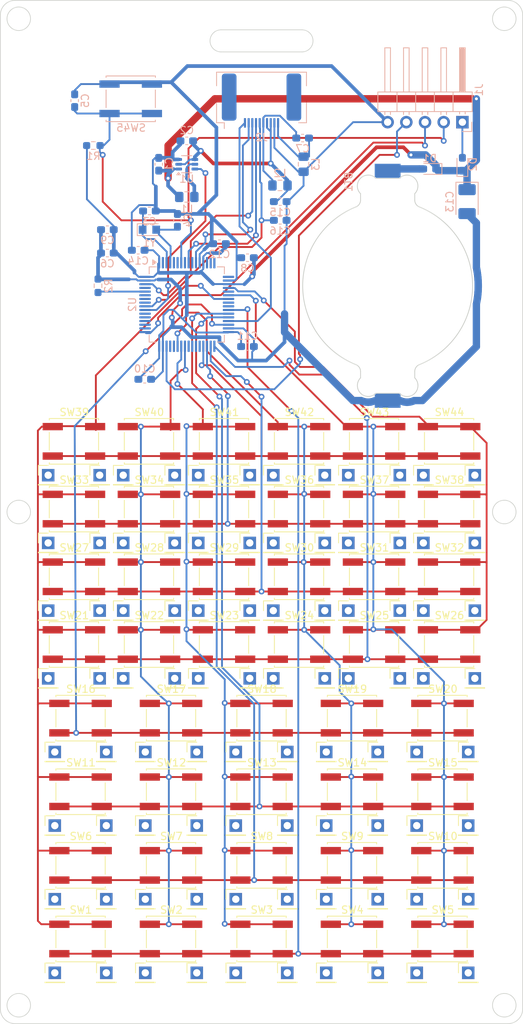
<source format=kicad_pcb>
(kicad_pcb (version 20221018) (generator pcbnew)
  (title_block (comment 4 "AISLER Project ID: HNLQYLIR"))
  (layers (0 "F.Cu" signal) (31 "B.Cu" signal) (34 "B.Paste" user) (35 "F.Paste" user) (36 "B.SilkS" user "B.Silkscreen") (37 "F.SilkS" user "F.Silkscreen") (38 "B.Mask" user) (39 "F.Mask" user) (44 "Edge.Cuts" user))
  (net 0 "")
  (net 1 "GND")
  (net 2 "+BATT")
  (net 3 "+5V")
  (net 4 "/NRST")
  (net 5 "/SWCLK")
  (net 6 "/SWDIO")
  (net 7 "/DISP")
  (net 8 "/EXTCOMIN")
  (net 9 "/SCS")
  (net 10 "/SI")
  (net 11 "/SCLK")
  (net 12 "Net-(BT1-+)")
  (net 13 "/kh1")
  (net 14 "/kv1")
  (net 15 "/kv2")
  (net 16 "/kv3")
  (net 17 "/kv4")
  (net 18 "/kv5")
  (net 19 "/kh2")
  (net 20 "/kh3")
  (net 21 "/kh4")
  (net 22 "/kh5")
  (net 23 "/kv6")
  (net 24 "/kh6")
  (net 25 "/kh7")
  (net 26 "/kh8")
  (net 27 "/5V_EN")
  (net 28 "Net-(U2-PC14)")
  (net 29 "Net-(U2-PC15)")
  (net 30 "Net-(J2-Pin_6)")
  (net 31 "Net-(J2-Pin_10)")
  (net 32 "Net-(D2-A)")
  (net 33 "Net-(U1-L)")
  (net 34 "Net-(U2-BOOT0)")
  (net 36 "/I2C_SDA")
  (net 37 "/I2C_SCL")
  (net 38 "/kh9")
  (net 43 "/kv7")
  (net 44 "/USB_DP")
  (net 45 "/USB_DM")
  (net 53 "/USART_RX")
  (net 54 "/USART_TX")
  (net 56 "/ADCIN")
  (net 59 "/OSC2")
  (net 60 "/OSC1")
  (footprint "OpenRPNCalc:SW_SPST_EVQQ2" (layer "F.Cu") (at 70.014999 153.5)
    (fp_text reference "SW1")
    (fp_text value "\"0\"")
  )
  (footprint "OpenRPNCalc:SW_SPST_EVQQ2" (layer "F.Cu") (at 82.314999 153.5)
    (fp_text reference "SW2")
    (fp_text value "\"/-/\"")
  )
  (footprint "OpenRPNCalc:SW_SPST_EVQQ2" (layer "F.Cu") (at 94.614999 153.5)
    (fp_text reference "SW3")
    (fp_text value "\".\"")
  )
  (footprint "OpenRPNCalc:SW_SPST_EVQQ2" (layer "F.Cu") (at 106.914999 153.5)
    (fp_text reference "SW4")
    (fp_text value "\"+-\"")
  )
  (footprint "OpenRPNCalc:SW_SPST_EVQQ2" (layer "F.Cu") (at 119.214999 153.5)
    (fp_text reference "SW5")
    (fp_text value "\"Enter\"")
  )
  (footprint "OpenRPNCalc:SW_SPST_EVQQ2" (layer "F.Cu") (at 70.014999 143.5)
    (fp_text reference "SW6")
    (fp_text value "\"1\"")
  )
  (footprint "OpenRPNCalc:SW_SPST_EVQQ2" (layer "F.Cu") (at 82.314999 143.5)
    (fp_text reference "SW7")
    (fp_text value "\"2\"")
  )
  (footprint "OpenRPNCalc:SW_SPST_EVQQ2" (layer "F.Cu") (at 94.614999 143.5)
    (fp_text reference "SW8")
    (fp_text value "\"3\"")
  )
  (footprint "OpenRPNCalc:SW_SPST_EVQQ2" (layer "F.Cu") (at 106.914999 143.5)
    (fp_text reference "SW9")
    (fp_text value "\"+\"")
  )
  (footprint "OpenRPNCalc:SW_SPST_EVQQ2" (layer "F.Cu") (at 119.214999 143.5)
    (fp_text reference "SW10")
    (fp_text value "\"-\"")
  )
  (footprint "OpenRPNCalc:SW_SPST_EVQQ2" (layer "F.Cu") (at 70.014999 133.5)
    (fp_text reference "SW11")
    (fp_text value "\"4\"")
  )
  (footprint "OpenRPNCalc:SW_SPST_EVQQ2" (layer "F.Cu") (at 82.314999 133.5)
    (fp_text reference "SW12")
    (fp_text value "\"5\"")
  )
  (footprint "OpenRPNCalc:SW_SPST_EVQQ2" (layer "F.Cu") (at 94.614999 133.5)
    (fp_text reference "SW13")
    (fp_text value "\"6\"")
  )
  (footprint "OpenRPNCalc:SW_SPST_EVQQ2" (layer "F.Cu") (at 106.914999 133.5)
    (fp_text reference "SW14")
    (fp_text value "\"*\"")
  )
  (footprint "OpenRPNCalc:SW_SPST_EVQQ2" (layer "F.Cu") (at 119.214999 133.5)
    (fp_text reference "SW15")
    (fp_text value "\"/\"")
  )
  (footprint "OpenRPNCalc:SW_SPST_EVQQ2" (layer "F.Cu") (at 70.014999 123.5)
    (fp_text reference "SW16")
    (fp_text value "\"7\"")
  )
  (footprint "OpenRPNCalc:SW_SPST_EVQQ2" (layer "F.Cu") (at 82.314999 123.5)
    (fp_text reference "SW17")
    (fp_text value "\"8\"")
  )
  (footprint "OpenRPNCalc:SW_SPST_EVQQ2" (layer "F.Cu") (at 94.614999 123.5)
    (fp_text reference "SW18")
    (fp_text value "\"9\"")
  )
  (footprint "OpenRPNCalc:SW_SPST_EVQQ2" (layer "F.Cu") (at 106.914999 123.5)
    (fp_text reference "SW19")
    (fp_text value "\"EXP\"")
  )
  (footprint "OpenRPNCalc:SW_SPST_EVQQ2" (layer "F.Cu") (at 119.214999 123.5)
    (fp_text reference "SW20")
    (fp_text value "\"C\"")
  )
  (footprint "OpenRPNCalc:SW_SPST_EVQQ2" (layer "F.Cu") (at 69.115 113.5)
    (fp_text reference "SW21")
    (fp_text value "\"sqrt\"")
  )
  (footprint "OpenRPNCalc:SW_SPST_EVQQ2" (layer "F.Cu") (at 79.315 113.5)
    (fp_text reference "SW22")
    (fp_text value "\"1/x\"")
  )
  (footprint "OpenRPNCalc:SW_SPST_EVQQ2" (layer "F.Cu") (at 89.515 113.5)
    (fp_text reference "SW23")
    (fp_text value "\"erf\"")
  )
  (footprint "OpenRPNCalc:SW_SPST_EVQQ2" (layer "F.Cu") (at 99.715 113.5)
    (fp_text reference "SW24")
    (fp_text value "\"R->P\"")
  )
  (footprint "OpenRPNCalc:SW_SPST_EVQQ2" (layer "F.Cu") (at 109.915 113.5)
    (fp_text reference "SW25")
    (fp_text value "\"Gamma(x)\"")
  )
  (footprint "OpenRPNCalc:SW_SPST_EVQQ2" (layer "F.Cu") (at 120.115 113.5)
    (fp_text reference "SW26")
    (fp_text value "\"Cxy\"")
  )
  (footprint "OpenRPNCalc:SW_SPST_EVQQ2" (layer "F.Cu") (at 69.115 104.3)
    (fp_text reference "SW27")
    (fp_text value "\"y^x\"")
  )
  (footprint "OpenRPNCalc:SW_SPST_EVQQ2" (layer "F.Cu") (at 79.315 104.3)
    (fp_text reference "SW28")
    (fp_text value "\"ln\"")
  )
  (footprint "OpenRPNCalc:SW_SPST_EVQQ2" (layer "F.Cu") (at 89.515 104.3)
    (fp_text reference "SW29")
    (fp_text value "\"lg\"")
  )
  (footprint "OpenRPNCalc:SW_SPST_EVQQ2" (layer "F.Cu") (at 99.715 104.3)
    (fp_text reference "SW30")
    (fp_text value "\"sin\"")
  )
  (footprint "OpenRPNCalc:SW_SPST_EVQQ2" (layer "F.Cu") (at 109.915 104.3)
    (fp_text reference "SW31")
    (fp_text value "\"cos\"")
  )
  (footprint "OpenRPNCalc:SW_SPST_EVQQ2" (layer "F.Cu") (at 120.115 104.3)
    (fp_text reference "SW32")
    (fp_text value "\"tan\"")
  )
  (footprint "OpenRPNCalc:SW_SPST_EVQQ2" (layer "F.Cu") (at 69.115 95.1)
    (fp_text reference "SW33")
    (fp_text value "\"Drop\"")
  )
  (footprint "OpenRPNCalc:SW_SPST_EVQQ2" (layer "F.Cu") (at 79.315 95.1)
    (fp_text reference "SW34")
    (fp_text value "\"X<>Y\"")
  )
  (footprint "OpenRPNCalc:SW_SPST_EVQQ2" (layer "F.Cu") (at 89.515 95.1)
    (fp_text reference "SW35")
    (fp_text value "\"DR\"")
  )
  (footprint "OpenRPNCalc:SW_SPST_EVQQ2" (layer "F.Cu") (at 99.715 95.1)
    (fp_text reference "SW36")
    (fp_text value "\"M+\"")
  )
  (footprint "OpenRPNCalc:SW_SPST_EVQQ2" (layer "F.Cu") (at 109.915 95.1)
    (fp_text reference "SW37")
    (fp_text value "\"MR\"")
  )
  (footprint "OpenRPNCalc:SW_SPST_EVQQ2" (layer "F.Cu") (at 120.115 95.1)
    (fp_text reference "SW38")
    (fp_text value "\"MS\"")
  )
  (footprint "OpenRPNCalc:SW_SPST_EVQQ2" (layer "F.Cu") (at 69.115 85.9)
    (fp_text reference "SW39")
    (fp_text value "\"F\"")
  )
  (footprint "OpenRPNCalc:SW_SPST_EVQQ2" (layer "F.Cu") (at 79.315 85.9)
    (fp_text reference "SW40")
    (fp_text value "\"G\"")
  )
  (footprint "OpenRPNCalc:SW_SPST_EVQQ2" (layer "F.Cu") (at 89.515 85.9)
    (fp_text reference "SW41")
    (fp_text value "\"Mode\"")
  )
  (footprint "OpenRPNCalc:SW_SPST_EVQQ2" (layer "F.Cu") (at 99.715 85.9)
    (fp_text reference "SW42")
    (fp_text value "\"Uncr\"")
  )
  (footprint "OpenRPNCalc:SW_SPST_EVQQ2" (layer "F.Cu") (at 109.915 85.9)
    (fp_text reference "SW43")
    (fp_text value "Prec")
  )
  (footprint "OpenRPNCalc:SW_SPST_EVQQ2" (layer "F.Cu") (at 120.115 85.9)
    (fp_text reference "SW44")
    (fp_text value "\"On\"")
  )
  (footprint "PinHeader_1x01_P2.54mm_Vertical" (layer "F.Cu") (at 122.714999 138.1)
    (fp_text reference "P15b" hide)
    (fp_text value "")
  )
  (footprint "PinHeader_1x01_P2.54mm_Vertical" (layer "F.Cu") (at 106.415 108.9)
    (fp_text reference "P31a" hide)
    (fp_text value "")
  )
  (footprint "PinHeader_1x01_P2.54mm_Vertical" (layer "F.Cu") (at 115.714999 148.1)
    (fp_text reference "P10a" hide)
    (fp_text value "")
  )
  (footprint "PinHeader_1x01_P2.54mm_Vertical" (layer "F.Cu") (at 82.815 108.9)
    (fp_text reference "P28b" hide)
    (fp_text value "")
  )
  (footprint "PinHeader_1x01_P2.54mm_Vertical" (layer "F.Cu") (at 93.015 90.5)
    (fp_text reference "P41b" hide)
    (fp_text value "")
  )
  (footprint "PinHeader_1x01_P2.54mm_Vertical" (layer "F.Cu") (at 96.215 118.1)
    (fp_text reference "P24a" hide)
    (fp_text value "")
  )
  (footprint "PinHeader_1x01_P2.54mm_Vertical" (layer "F.Cu") (at 115.714999 138.1)
    (fp_text reference "P15a" hide)
    (fp_text value "")
  )
  (footprint "PinHeader_1x01_P2.54mm_Vertical" (layer "F.Cu") (at 65.615 108.9)
    (fp_text reference "P27a" hide)
    (fp_text value "")
  )
  (footprint "PinHeader_1x01_P2.54mm_Vertical" (layer "F.Cu") (at 113.415 118.1)
    (fp_text reference "P25b" hide)
    (fp_text value "")
  )
  (footprint "PinHeader_1x01_P2.54mm_Vertical" (layer "F.Cu") (at 116.615 118.1)
    (fp_text reference "P26a" hide)
    (fp_text value "")
  )
  (footprint "PinHeader_1x01_P2.54mm_Vertical" (layer "F.Cu") (at 78.814999 128.1)
    (fp_text reference "P17a" hide)
    (fp_text value "")
  )
  (footprint "PinHeader_1x01_P2.54mm_Vertical" (layer "F.Cu") (at 65.615 90.5)
    (fp_text reference "P39a" hide)
    (fp_text value "")
  )
  (footprint "PinHeader_1x01_P2.54mm_Vertical" (layer "F.Cu") (at 73.514999 138.1)
    (fp_text reference "P11b" hide)
    (fp_text value "")
  )
  (footprint "PinHeader_1x01_P2.54mm_Vertical" (layer "F.Cu") (at 66.514999 138.1)
    (fp_text reference "P11a" hide)
    (fp_text value "")
  )
  (footprint "PinHeader_1x01_P2.54mm_Vertical" (layer "F.Cu") (at 91.114999 158.1)
    (fp_text reference "P3a" hide)
    (fp_text value "")
  )
  (footprint "PinHeader_1x01_P2.54mm_Vertical" (layer "F.Cu") (at 93.015 99.7)
    (fp_text reference "P35b" hide)
    (fp_text value "")
  )
  (footprint "PinHeader_1x01_P2.54mm_Vertical" (layer "F.Cu") (at 113.415 90.5)
    (fp_text reference "P43b" hide)
    (fp_text value "")
  )
  (footprint "PinHeader_1x01_P2.54mm_Vertical" (layer "F.Cu") (at 86.015 108.9)
    (fp_text reference "P29a" hide)
    (fp_text value "")
  )
  (footprint "PinHeader_1x01_P2.54mm_Vertical" (layer "F.Cu") (at 85.814999 158.1)
    (fp_text reference "P2b" hide)
    (fp_text value "")
  )
  (footprint "PinHeader_1x01_P2.54mm_Vertical" (layer "F.Cu") (at 82.815 99.7)
    (fp_text reference "P34b" hide)
    (fp_text value "")
  )
  (footprint "PinHeader_1x01_P2.54mm_Vertical" (layer "F.Cu") (at 122.714999 148.1)
    (fp_text reference "P10b" hide)
    (fp_text value "")
  )
  (footprint "PinHeader_1x01_P2.54mm_Vertical" (layer "F.Cu") (at 85.814999 138.1)
    (fp_text reference "P12b" hide)
    (fp_text value "")
  )
  (footprint "PinHeader_1x01_P2.54mm_Vertical" (layer "F.Cu") (at 82.815 90.5)
    (fp_text reference "P40b" hide)
    (fp_text value "")
  )
  (footprint "PinHeader_1x01_P2.54mm_Vertical" (layer "F.Cu") (at 86.015 90.5)
    (fp_text reference "P41a" hide)
    (fp_text value "")
  )
  (footprint "PinHeader_1x01_P2.54mm_Vertical" (layer "F.Cu") (at 93.015 118.1)
    (fp_text reference "P23b" hide)
    (fp_text value "")
  )
  (footprint "PinHeader_1x01_P2.54mm_Vertical" (layer "F.Cu") (at 93.015 108.9)
    (fp_text reference "P29b" hide)
    (fp_text value "")
  )
  (footprint "PinHeader_1x01_P2.54mm_Vertical" (layer "F.Cu") (at 96.215 99.7)
    (fp_text reference "P36a" hide)
    (fp_text value "")
  )
  (footprint "PinHeader_1x01_P2.54mm_Vertical" (layer "F.Cu") (at 98.114999 138.1)
    (fp_text reference "P13b" hide)
    (fp_text value "")
  )
  (footprint "PinHeader_1x01_P2.54mm_Vertical" (layer "F.Cu") (at 103.215 118.1)
    (fp_text reference "P24b" hide)
    (fp_text value "")
  )
  (footprint "PinHeader_1x01_P2.54mm_Vertical" (layer "F.Cu") (at 66.514999 158.1)
    (fp_text reference "P1a" hide)
    (fp_text value "")
  )
  (footprint "PinHeader_1x01_P2.54mm_Vertical" (layer "F.Cu") (at 106.415 90.5)
    (fp_text reference "P43a" hide)
    (fp_text value "")
  )
  (footprint "PinHeader_1x01_P2.54mm_Vertical" (layer "F.Cu") (at 106.415 99.7)
    (fp_text reference "P37a" hide)
    (fp_text value "")
  )
  (footprint "PinHeader_1x01_P2.54mm_Vertical" (layer "F.Cu") (at 75.815 99.7)
    (fp_text reference "P34a" hide)
    (fp_text value "")
  )
  (footprint "PinHeader_1x01_P2.54mm_Vertical" (layer "F.Cu") (at 116.615 99.7)
    (fp_text reference "P38a" hide)
    (fp_text value "")
  )
  (footprint "PinHeader_1x01_P2.54mm_Vertical" (layer "F.Cu") (at 123.615 99.7)
    (fp_text reference "P38b" hide)
    (fp_text value "")
  )
  (footprint "PinHeader_1x01_P2.54mm_Vertical" (layer "F.Cu") (at 113.415 108.9)
    (fp_text reference "P31b" hide)
    (fp_text value "")
  )
  (footprint "PinHeader_1x01_P2.54mm_Vertical" (layer "F.Cu") (at 115.714999 158.1)
    (fp_text reference "P5a" hide)
    (fp_text value "")
  )
  (footprint "PinHeader_1x01_P2.54mm_Vertical" (layer "F.Cu") (at 72.615 108.9)
    (fp_text reference "P27b" hide)
    (fp_text value "")
  )
  (footprint "PinHeader_1x01_P2.54mm_Vertical" (layer "F.Cu") (at 103.215 99.7)
    (fp_text reference "P36b" hide)
    (fp_text value "")
  )
  (footprint "PinHeader_1x01_P2.54mm_Vertical" (layer "F.Cu") (at 96.215 108.9)
    (fp_text reference "P30a" hide)
    (fp_text value "")
  )
  (footprint "PinHeader_1x01_P2.54mm_Vertical" (layer "F.Cu") (at 66.514999 148.1)
    (fp_text reference "P6a" hide)
    (fp_text value "")
  )
  (footprint "PinHeader_1x01_P2.54mm_Vertical" (layer "F.Cu") (at 66.514999 128.1)
    (fp_text reference "P16a" hide)
    (fp_text value "")
  )
  (footprint "PinHeader_1x01_P2.54mm_Vertical" (layer "F.Cu") (at 103.414999 158.1)
    (fp_text reference "P4a" hide)
    (fp_text value "")
  )
  (footprint "PinHeader_1x01_P2.54mm_Vertical" (layer "F.Cu") (at 103.414999 148.1)
    (fp_text reference "P9a" hide)
    (fp_text value "")
  )
  (footprint "PinHeader_1x01_P2.54mm_Vertical" (layer "F.Cu") (at 110.414999 138.1)
    (fp_text reference "P14b" hide)
    (fp_text value "")
  )
  (footprint "PinHeader_1x01_P2.54mm_Vertical" (layer "F.Cu") (at 115.714999 128.1)
    (fp_text reference "P20a" hide)
    (fp_text value "")
  )
  (footprint "PinHeader_1x01_P2.54mm_Vertical" (layer "F.Cu") (at 103.215 108.9)
    (fp_text reference "P30b" hide)
    (fp_text value "")
  )
  (footprint "PinHeader_1x01_P2.54mm_Vertical" (layer "F.Cu") (at 91.114999 138.1)
    (fp_text reference "P13a" hide)
    (fp_text value "")
  )
  (footprint "PinHeader_1x01_P2.54mm_Vertical" (layer "F.Cu") (at 98.114999 148.1)
    (fp_text reference "P8b" hide)
    (fp_text value "")
  )
  (footprint "PinHeader_1x01_P2.54mm_Vertical" (layer "F.Cu") (at 85.814999 128.1)
    (fp_text reference "P17b" hide)
    (fp_text value "")
  )
  (footprint "PinHeader_1x01_P2.54mm_Vertical" (layer "F.Cu") (at 72.615 99.7)
    (fp_text reference "P33b" hide)
    (fp_text value "")
  )
  (footprint "PinHeader_1x01_P2.54mm_Vertical" (layer "F.Cu") (at 103.414999 138.1)
    (fp_text reference "P14a" hide)
    (fp_text value "")
  )
  (footprint "PinHeader_1x01_P2.54mm_Vertical" (layer "F.Cu") (at 82.815 118.1)
    (fp_text reference "P22b" hide)
    (fp_text value "")
  )
  (footprint "PinHeader_1x01_P2.54mm_Vertical" (layer "F.Cu") (at 72.615 118.1)
    (fp_text reference "P21b" hide)
    (fp_text value "")
  )
  (footprint "PinHeader_1x01_P2.54mm_Vertical" (layer "F.Cu") (at 65.615 99.7)
    (fp_text reference "P33a" hide)
    (fp_text value "")
  )
  (footprint "PinHeader_1x01_P2.54mm_Vertical" (layer "F.Cu") (at 73.514999 128.1)
    (fp_text reference "P16b" hide)
    (fp_text value "")
  )
  (footprint "PinHeader_1x01_P2.54mm_Vertical" (layer "F.Cu") (at 78.814999 138.1)
    (fp_text reference "P12a" hide)
    (fp_text value "")
  )
  (footprint "PinHeader_1x01_P2.54mm_Vertical" (layer "F.Cu") (at 78.814999 158.1)
    (fp_text reference "P2a" hide)
    (fp_text value "")
  )
  (footprint "PinHeader_1x01_P2.54mm_Vertical" (layer "F.Cu") (at 123.615 90.5)
    (fp_text reference "P44b" hide)
    (fp_text value "")
  )
  (footprint "PinHeader_1x01_P2.54mm_Vertical" (layer "F.Cu") (at 73.514999 148.1)
    (fp_text reference "P6b" hide)
    (fp_text value "")
  )
  (footprint "PinHeader_1x01_P2.54mm_Vertical" (layer "F.Cu") (at 75.815 90.5)
    (fp_text reference "P40a" hide)
    (fp_text value "")
  )
  (footprint "PinHeader_1x01_P2.54mm_Vertical" (layer "F.Cu") (at 86.015 99.7)
    (fp_text reference "P35a" hide)
    (fp_text value "")
  )
  (footprint "PinHeader_1x01_P2.54mm_Vertical" (layer "F.Cu") (at 91.114999 148.1)
    (fp_text reference "P8a" hide)
    (fp_text value "")
  )
  (footprint "PinHeader_1x01_P2.54mm_Vertical" (layer "F.Cu") (at 116.615 90.5)
    (fp_text reference "P44a" hide)
    (fp_text value "")
  )
  (footprint "PinHeader_1x01_P2.54mm_Vertical" (layer "F.Cu") (at 78.814999 148.1)
    (fp_text reference "P7a" hide)
    (fp_text value "")
  )
  (footprint "PinHeader_1x01_P2.54mm_Vertical" (layer "F.Cu") (at 103.215 90.5)
    (fp_text reference "P42b" hide)
    (fp_text value "")
  )
  (footprint "PinHeader_1x01_P2.54mm_Vertical" (layer "F.Cu") (at 96.215 90.5)
    (fp_text reference "P42a" hide)
    (fp_text value "")
  )
  (footprint "PinHeader_1x01_P2.54mm_Vertical" (layer "F.Cu") (at 122.714999 158.1)
    (fp_text reference "P5b" hide)
    (fp_text value "")
  )
  (footprint "PinHeader_1x01_P2.54mm_Vertical" (layer "F.Cu") (at 75.815 108.9)
    (fp_text reference "P28a" hide)
    (fp_text value "")
  )
  (footprint "PinHeader_1x01_P2.54mm_Vertical" (layer "F.Cu") (at 73.514999 158.1)
    (fp_text reference "P1b" hide)
    (fp_text value "")
  )
  (footprint "PinHeader_1x01_P2.54mm_Vertical" (layer "F.Cu") (at 123.615 118.1)
    (fp_text reference "P26b" hide)
    (fp_text value "")
  )
  (footprint "PinHeader_1x01_P2.54mm_Vertical" (layer "F.Cu") (at 116.615 108.9)
    (fp_text reference "P32a" hide)
    (fp_text value "")
  )
  (footprint "PinHeader_1x01_P2.54mm_Vertical" (layer "F.Cu") (at 106.415 118.1)
    (fp_text reference "P25a" hide)
    (fp_text value "")
  )
  (footprint "PinHeader_1x01_P2.54mm_Vertical" (layer "F.Cu") (at 113.415 99.7)
    (fp_text reference "P37b" hide)
    (fp_text value "")
  )
  (footprint "PinHeader_1x01_P2.54mm_Vertical" (layer "F.Cu") (at 85.814999 148.1)
    (fp_text reference "P7b" hide)
    (fp_text value "")
  )
  (footprint "PinHeader_1x01_P2.54mm_Vertical" (layer "F.Cu") (at 110.414999 128.1)
    (fp_text reference "P19b" hide)
    (fp_text value "")
  )
  (footprint "PinHeader_1x01_P2.54mm_Vertical" (layer "F.Cu") (at 98.114999 158.1)
    (fp_text reference "P3b" hide)
    (fp_text value "")
  )
  (footprint "PinHeader_1x01_P2.54mm_Vertical" (layer "F.Cu") (at 91.114999 128.1)
    (fp_text reference "P18a" hide)
    (fp_text value "")
  )
  (footprint "PinHeader_1x01_P2.54mm_Vertical" (layer "F.Cu") (at 98.114999 128.1)
    (fp_text reference "P18b" hide)
    (fp_text value "")
  )
  (footprint "PinHeader_1x01_P2.54mm_Vertical" (layer "F.Cu") (at 123.615 108.9)
    (fp_text reference "P32b" hide)
    (fp_text value "")
  )
  (footprint "PinHeader_1x01_P2.54mm_Vertical" (layer "F.Cu") (at 110.414999 158.1)
    (fp_text reference "P4b" hide)
    (fp_text value "")
  )
  (footprint "PinHeader_1x01_P2.54mm_Vertical" (layer "F.Cu") (at 75.815 118.1)
    (fp_text reference "P22a" hide)
    (fp_text value "")
  )
  (footprint "PinHeader_1x01_P2.54mm_Vertical" (layer "F.Cu") (at 72.615 90.5)
    (fp_text reference "P39b" hide)
    (fp_text value "")
  )
  (footprint "PinHeader_1x01_P2.54mm_Vertical" (layer "F.Cu") (at 122.714999 128.1)
    (fp_text reference "P20b" hide)
    (fp_text value "")
  )
  (footprint "PinHeader_1x01_P2.54mm_Vertical" (layer "F.Cu") (at 103.414999 128.1)
    (fp_text reference "P19a" hide)
    (fp_text value "")
  )
  (footprint "PinHeader_1x01_P2.54mm_Vertical" (layer "F.Cu") (at 65.615 118.1)
    (fp_text reference "P21a" hide)
    (fp_text value "")
  )
  (footprint "PinHeader_1x01_P2.54mm_Vertical" (layer "F.Cu") (at 110.414999 148.1)
    (fp_text reference "P9b" hide)
    (fp_text value "")
  )
  (footprint "PinHeader_1x01_P2.54mm_Vertical" (layer "F.Cu") (at 86.015 118.1)
    (fp_text reference "P23a" hide)
    (fp_text value "")
  )
  (footprint "Capacitor_SMD:C_0603_1608Metric_Pad1.08x0.95mm_HandSolder" (layer "B.Cu") (at 80.645 48.26 90)
    (fp_text reference "C1")
    (fp_text value "10 uF")
  )
  (footprint "Capacitor_SMD:C_0603_1608Metric_Pad1.08x0.95mm_HandSolder" (layer "B.Cu") (at 84.455 45.085 180)
    (fp_text reference "C2")
    (fp_text value "10 uF")
  )
  (footprint "Capacitor_SMD:C_0603_1608Metric_Pad1.08x0.95mm_HandSolder" (layer "B.Cu") (at 83.185 55.88 90)
    (fp_text reference "C4")
    (fp_text value "47 pF")
  )
  (footprint "Capacitor_SMD:C_0603_1608Metric_Pad1.08x0.95mm_HandSolder" (layer "B.Cu") (at 69.215 39.624 90)
    (fp_text reference "C5")
    (fp_text value "100 nF")
  )
  (footprint "OpenRPNCalc:Molex_1x10_P0.50mm_Horizontal" (layer "B.Cu") (at 94.615 40.64)
    (fp_text reference "J2")
    (fp_text value "LCD")
  )
  (footprint "Resistor_SMD:R_0603_1608Metric_Pad0.98x0.95mm_HandSolder" (layer "B.Cu") (at 71.755 45.72)
    (fp_text reference "R1")
    (fp_text value "10k")
  )
  (footprint "Resistor_SMD:R_0603_1608Metric_Pad0.98x0.95mm_HandSolder" (layer "B.Cu") (at 72.39 64.77 90)
    (fp_text reference "R2")
    (fp_text value "10k")
  )
  (footprint "Package_TO_SOT_SMD:Texas_R-PDSO-G6" (layer "B.Cu") (at 84.455 48.26)
    (fp_text reference "U1")
    (fp_text value "TPS61222DCK")
  )
  (footprint "Package_QFP:LQFP-64_10x10mm_P0.5mm" (layer "B.Cu") (at 84.455 67.31 -90)
    (fp_text reference "U2")
    (fp_text value "STM32L476RETx")
  )
  (footprint "Capacitor_SMD:C_0603_1608Metric_Pad1.08x0.95mm_HandSolder" (layer "B.Cu") (at 79.375 54.61)
    (fp_text reference "C3")
    (fp_text value "47 pF")
  )
  (footprint "Crystal:Crystal_SMD_2012-2Pin_2.0x1.2mm_HandSoldering" (layer "B.Cu") (at 79.375 57.15)
    (fp_text reference "Y1")
    (fp_text value "32768 Hz")
  )
  (footprint "Inductor_SMD:L_0805_2012Metric_Pad1.15x1.40mm_HandSolder" (layer "B.Cu") (at 100.33 48.26 90)
    (fp_text reference "L3")
    (fp_text value "4.7 uH")
  )
  (footprint "Capacitor_SMD:C_0603_1608Metric_Pad1.08x0.95mm_HandSolder" (layer "B.Cu") (at 100.203 44.704)
    (fp_text reference "C7")
    (fp_text value "1 uF")
  )
  (footprint "Inductor_SMD:L_0805_2012Metric_Pad1.15x1.40mm_HandSolder" (layer "B.Cu") (at 97.125001 51.140001 180)
    (fp_text reference "L2")
    (fp_text value "4.7 uH")
  )
  (footprint "Capacitor_SMD:C_0603_1608Metric_Pad1.08x0.95mm_HandSolder" (layer "B.Cu") (at 73.66 57.15)
    (fp_text reference "C9")
    (fp_text value "10 uF")
  )
  (footprint "OpenRPNCalc:SW_SPST_EVQQ2" (layer "B.Cu") (at 76.835 39.37)
    (fp_text reference "SW45")
    (fp_text value "\"Reset\"")
  )
  (footprint "Capacitor_SMD:C_0603_1608Metric_Pad1.08x0.95mm_HandSolder" (layer "B.Cu") (at 73.66 60.325)
    (fp_text reference "C6")
    (fp_text value "100 nF")
  )
  (footprint "Capacitor_SMD:C_0603_1608Metric_Pad1.08x0.95mm_HandSolder" (layer "B.Cu") (at 78.74 77.47 180)
    (fp_text reference "C10")
    (fp_text value "100 nF")
  )
  (footprint "Capacitor_SMD:C_0603_1608Metric_Pad1.08x0.95mm_HandSolder" (layer "B.Cu") (at 92.71 60.96)
    (fp_text reference "C8")
    (fp_text value "100 nF")
  )
  (footprint "Inductor_SMD:L_0805_2012Metric_Pad1.15x1.40mm_HandSolder" (layer "B.Cu") (at 84.455 52.705)
    (fp_text reference "L1")
    (fp_text value "4.7 uH")
  )
  (footprint "Capacitor_SMD:C_0603_1608Metric_Pad1.08x0.95mm_HandSolder" (layer "B.Cu") (at 92.71 73.025 180)
    (fp_text reference "C11")
    (fp_text value "100 nF")
  )
  (footprint "OpenRPNCalc:BatteryHolder_Keystone_1057_1x2032" (layer "B.Cu") (at 111.76 64.77 -90)
    (fp_text reference "BT1")
    (fp_text value "3V")
    (fp_line (start -14.6 1.585) (end -14.6 -1.585) (stroke (width 0.12)) (layer "Edge.Cuts"))
    (fp_line (start -12.51 -3.685) (end -11.64 -3.685) (stroke (width 0.12)) (layer "Edge.Cuts"))
    (fp_line (start -12.51 3.685) (end -11.64 3.685) (stroke (width 0.12)) (layer "Edge.Cuts"))
    (fp_line (start 11.64 -3.685) (end 12.51 -3.685) (stroke (width 0.12)) (layer "Edge.Cuts"))
    (fp_line (start 11.64 3.685) (end 12.51 3.685) (stroke (width 0.12)) (layer "Edge.Cuts"))
    (fp_line (start 14.6 1.585) (end 14.6 -1.585) (stroke (width 0.12)) (layer "Edge.Cuts"))
    (fp_arc (start -14.6 -1.585) (mid -14.605 -3.68) (end -12.51 -3.685) (stroke (width 0.12)) (layer "Edge.Cuts"))
    (fp_arc (start -12.51 3.685) (mid -14.605 3.68) (end -14.6 1.585) (stroke (width 0.12)) (layer "Edge.Cuts"))
    (fp_arc (start -11.64 3.685) (mid -11.066423 3.865848) (end -10.700307 4.34298) (stroke (width 0.12)) (layer "Edge.Cuts"))
    (fp_arc (start -10.700307 -4.342981) (mid 0 -11.548076) (end 10.700307 -4.34298) (stroke (width 0.12)) (layer "Edge.Cuts"))
    (fp_arc (start -10.700307 -4.34298) (mid -11.066423 -3.865848) (end -11.64 -3.685) (stroke (width 0.12)) (layer "Edge.Cuts"))
    (fp_arc (start 10.700307 4.34298) (mid 0 11.548075) (end -10.700307 4.34298) (stroke (width 0.12)) (layer "Edge.Cuts"))
    (fp_arc (start 10.700307 4.34298) (mid 11.066423 3.865848) (end 11.64 3.685) (stroke (width 0.12)) (layer "Edge.Cuts"))
    (fp_arc (start 11.64 -3.685) (mid 11.066423 -3.865848) (end 10.700307 -4.34298) (stroke (width 0.12)) (layer "Edge.Cuts"))
    (fp_arc (start 12.51 -3.685) (mid 14.605 -3.68) (end 14.6 -1.585) (stroke (width 0.12)) (layer "Edge.Cuts"))
    (fp_arc (start 14.6 1.585) (mid 14.605 3.68) (end 12.51 3.685) (stroke (width 0.12)) (layer "Edge.Cuts"))
  )
  (footprint "Capacitor_SMD:C_0603_1608Metric_Pad1.08x0.95mm_HandSolder" (layer "B.Cu") (at 88.9 59.055)
    (fp_text reference "C12")
    (fp_text value "100 nF")
  )
  (footprint "Capacitor_Tantalum_SMD:CP_EIA-3528-21_Kemet-B_Pad1.50x2.35mm_HandSolder" (layer "B.Cu") (at 122.555 53.34 -90)
    (fp_text reference "C13")
    (fp_text value "220 uF")
  )
  (footprint "Diode_SMD:D_0603_1608Metric_Pad1.05x0.95mm_HandSolder" (layer "B.Cu") (at 121.92 48.26 90)
    (fp_text reference "D2")
    (fp_text value "NSR0340HT1G")
  )
  (footprint "Connector_PinHeader_2.54mm:PinHeader_1x05_P2.54mm_Horizontal" (layer "B.Cu") (at 121.92 42.545 90)
    (fp_text reference "J1")
    (fp_text value "ST-LINK")
  )
  (footprint "Diode_SMD:D_0603_1608Metric_Pad1.05x0.95mm_HandSolder" (layer "B.Cu") (at 117.475 48.895 180)
    (fp_text reference "D1")
    (fp_text value "NSR0340HT1G")
  )
  (footprint "Capacitor_SMD:C_0603_1608Metric_Pad1.08x0.95mm_HandSolder" (layer "B.Cu") (at 77.851 59.944)
    (fp_text reference "C14")
    (fp_text value "100 nF")
  )
  (footprint "Capacitor_SMD:C_0603_1608Metric_Pad1.08x0.95mm_HandSolder" (layer "B.Cu") (at 97.155 53.34)
    (fp_text reference "C15")
    (fp_text value "1 uF")
  )
  (footprint "Capacitor_SMD:C_0603_1608Metric_Pad1.08x0.95mm_HandSolder" (layer "B.Cu") (at 97.155 55.88)
    (fp_text reference "C16")
    (fp_text value "560 pF")
  )
  (gr_circle (center 61.614999 28.5) (end 61.614999 30.1) (stroke (width 0.1)) (fill none) (layer "Edge.Cuts"))
  (gr_arc (start 89.115 33) (mid 88.05434 32.56066) (end 87.615 31.5) (stroke (width 0.1)) (layer "Edge.Cuts"))
  (gr_line (start 89.115 30) (end 100.115 30) (stroke (width 0.1)) (layer "Edge.Cuts"))
  (gr_circle (center 127.615 162.5) (end 127.615 164.1) (stroke (width 0.1)) (fill none) (layer "Edge.Cuts"))
  (gr_line (start 59.114999 163) (end 59.114999 28) (stroke (width 0.1)) (layer "Edge.Cuts"))
  (gr_arc (start 100.115 30) (mid 101.17566 30.43934) (end 101.615 31.5) (stroke (width 0.1)) (layer "Edge.Cuts"))
  (gr_arc (start 61.114999 165) (mid 59.700785 164.414214) (end 59.114999 163) (stroke (width 0.1)) (layer "Edge.Cuts"))
  (gr_line (start 100.115 33) (end 89.115 33) (stroke (width 0.1)) (layer "Edge.Cuts"))
  (gr_arc (start 87.615 31.5) (mid 88.05434 30.43934) (end 89.115 30) (stroke (width 0.1)) (layer "Edge.Cuts"))
  (gr_line (start 130.115 28) (end 130.115 163) (stroke (width 0.1)) (layer "Edge.Cuts"))
  (gr_arc (start 101.615 31.5) (mid 101.17566 32.56066) (end 100.115 33) (stroke (width 0.1)) (layer "Edge.Cuts"))
  (gr_circle (center 127.615 28.5) (end 127.615 30.1) (stroke (width 0.1)) (fill none) (layer "Edge.Cuts"))
  (gr_arc (start 128.115 26) (mid 129.529214 26.585786) (end 130.115 28) (stroke (width 0.1)) (layer "Edge.Cuts"))
  (gr_line (start 61.114999 26) (end 128.115 26) (stroke (width 0.1)) (layer "Edge.Cuts"))
  (gr_circle (center 127.615 95.5) (end 127.615 97.1) (stroke (width 0.1)) (fill none) (layer "Edge.Cuts"))
  (gr_arc (start 59.114999 28) (mid 59.700785 26.585786) (end 61.114999 26) (stroke (width 0.1)) (layer "Edge.Cuts"))
  (gr_arc (start 130.115 163) (mid 129.529214 164.414214) (end 128.115 165) (stroke (width 0.1)) (layer "Edge.Cuts"))
  (gr_circle (center 61.614999 162.5) (end 61.614999 164.1) (stroke (width 0.1)) (fill none) (layer "Edge.Cuts"))
  (gr_line (start 128.115 165) (end 61.114999 165) (stroke (width 0.1)) (layer "Edge.Cuts"))
  (gr_circle (center 61.614999 95.5) (end 61.614999 97.1) (stroke (width 0.1)) (fill none) (layer "Edge.Cuts"))
  (segment (start 82.423 69.088) (end 82.55 68.142557) (width 0.25) (layer "F.Cu") (net 1))
  (segment (start 82.55 68.142557) (end 83.55735 67.135207) (width 0.25) (layer "F.Cu") (net 1))
  (via (at 83.55735 67.135207) (size 0.8) (drill 0.4) (layers "F.Cu" "B.Cu") (net 1))
  (via (at 82.423 69.088) (size 0.8) (drill 0.4) (layers "F.Cu" "B.Cu") (net 1))
  (segment (start 124.079256 64.920621) (end 124.068882 65.143512) (width 1) (layer "B.Cu") (net 1))
  (segment (start 80.226412 63.919998) (end 80.08641 64.06) (width 0.25) (layer "B.Cu") (net 1))
  (segment (start 124.068882 65.143512) (end 124.074322 65.149711) (width 1) (layer "B.Cu") (net 1))
  (segment (start 113.430145 80.36) (end 111.887 80.36) (width 1) (layer "B.Cu") (net 1))
  (segment (start 82.535 47.61) (end 82.31 47.385) (width 0.5) (layer "B.Cu") (net 1))
  (segment (start 76.595 63.895) (end 77.60959 63.895) (width 0.25) (layer "B.Cu") (net 1))
  (segment (start 86.84 59.845) (end 86.205 60.48) (width 0.25) (layer "B.Cu") (net 1))
  (segment (start 123.994546 63.319951) (end 124.013198 63.542304) (width 1) (layer "B.Cu") (net 1))
  (segment (start 114.229983 80.574081) (end 114.210291 80.586084) (width 1) (layer "B.Cu") (net 1))
  (segment (start 90.13 70.56) (end 92.15 70.56) (width 0.25) (layer "B.Cu") (net 1))
  (segment (start 124.065132 65.378674) (end 124.046476 65.601026) (width 1) (layer "B.Cu") (net 1))
  (segment (start 82.3375 37.12) (end 84.5325 34.925) (width 0.5) (layer "B.Cu") (net 1))
  (segment (start 109.172083 80.579635) (end 109.191124 80.592655) (width 1) (layer "B.Cu") (net 1))
  (segment (start 112.027231 80.361867) (end 112.208484 80.379719) (width 1) (layer "B.Cu") (net 1))
  (segment (start 82.79 54.61) (end 83.185 55.005) (width 0.5) (layer "B.Cu") (net 1))
  (segment (start 79.555 64.06) (end 78.78 64.06) (width 0.25) (layer "B.Cu") (net 1))
  (segment (start 88.480002 43.262502) (end 82.3375 37.12) (width 0.5) (layer "B.Cu") (net 1))
  (segment (start 112.208484 80.379719) (end 112.24524 80.414144) (width 1) (layer "B.Cu") (net 1))
  (segment (start 77.9795 53.80999) (end 76.976 54.81349) (width 0.25) (layer "B.Cu") (net 1))
  (segment (start 124.070557 64.456471) (end 124.076333 64.462355) (width 1) (layer "B.Cu") (net 1))
  (segment (start 124.059805 65.372372) (end 124.065132 65.378674) (width 1) (layer "B.Cu") (net 1))
  (segment (start 83.185 55.005) (end 85.923002 55.005) (width 0.5) (layer "B.Cu") (net 1))
  (segment (start 80.25 54.61) (end 80.25 54.135) (width 0.25) (layer "B.Cu") (net 1))
  (segment (start 124.00707 66.057391) (end 124.012035 66.063978) (width 1) (layer "B.Cu") (net 1))
  (segment (start 123.950718 66.511972) (end 123.955435 66.51874) (width 1) (layer "B.Cu") (net 1))
  (segment (start 70.069 37.37) (end 69.215 38.224) (width 0.25) (layer "B.Cu") (net 1))
  (segment (start 83.55735 65.154346) (end 83.55735 67.135207) (width 0.5) (layer "B.Cu") (net 1))
  (segment (start 115.159039 80.446753) (end 115.145931 80.465729) (width 1) (layer "B.Cu") (net 1))
  (segment (start 97.745 71.075) (end 107.03 80.36) (width 1) (layer "B.Cu") (net 1))
  (segment (start 93.177288 74.93) (end 91.44 74.93) (width 0.5) (layer "B.Cu") (net 1))
  (segment (start 80.17 47.385) (end 79.84499 47.71001) (width 0.25) (layer "B.Cu") (net 1))
  (segment (start 112.934635 80.391567) (end 112.9642 80.36) (width 1) (layer "B.Cu") (net 1))
  (segment (start 80.08641 64.06) (end 79.555 64.06) (width 0.25) (layer "B.Cu") (net 1))
  (segment (start 109.191124 80.592655) (end 109.393281 80.554688) (width 1) (layer "B.Cu") (net 1))
  (segment (start 112.24524 80.414144) (end 112.934635 80.391567) (width 1) (layer "B.Cu") (net 1))
  (segment (start 80.602814 63.919998) (end 80.226412 63.919998) (width 0.25) (layer "B.Cu") (net 1))
  (segment (start 108.374068 80.465729) (end 108.47305 80.483831) (width 1) (layer "B.Cu") (net 1))
  (segment (start 124.028894 65.82939) (end 124.033982 65.835885) (width 1) (layer "B.Cu") (net 1))
  (segment (start 82.423 69.088) (end 82.55 69.606421) (width 0.5) (layer "B.Cu") (net 1))
  (segment (start 123.96546 63.092657) (end 123.988245 63.314625) (width 1) (layer "B.Cu") (net 1))
  (segment (start 82.31 47.385) (end 80.645 47.385) (width 0.5) (layer "B.Cu") (net 1))
  (segment (start 87.39 55.005) (end 85.923002 55.005) (width 0.5) (layer "B.Cu") (net 1))
  (segment (start 83.58 45.56) (end 82.535 46.605) (width 0.5) (layer "B.Cu") (net 1))
  (segment (start 81.205 76.405) (end 80.14 77.47) (width 0.25) (layer "B.Cu") (net 1))
  (segment (start 80.25 54.61) (end 82.79 54.61) (width 0.5) (layer "B.Cu") (net 1))
  (segment (start 124.051682 65.607423) (end 124.028894 65.82939) (width 1) (layer "B.Cu") (net 1))
  (segment (start 123.92566 62.860859) (end 123.932155 62.865947) (width 1) (layer "B.Cu") (net 1))
  (segment (start 93.585 73.5) (end 93.345 73.74) (width 0.25) (layer "B.Cu") (net 1))
  (segment (start 80.645 47.385) (end 80.17 47.385) (width 0.25) (layer "B.Cu") (net 1))
  (segment (start 123.846242 62.409736) (end 123.852922 62.414579) (width 1) (layer "B.Cu") (net 1))
  (segment (start 123.825 73.025) (end 116.49 80.36) (width 1) (layer "B.Cu") (net 1))
  (segment (start 123.888048 62.634927) (end 123.894637 62.639893) (width 1) (layer "B.Cu") (net 1))
  (segment (start 124.033982 65.835885) (end 124.00707 66.057391) (width 1) (layer "B.Cu") (net 1))
  (segment (start 100.33 51.181) (end 98.171 53.34) (width 0.25) (layer "B.Cu") (net 1))
  (segment (start 91.31 60.96) (end 91.23001 60.88001) (width 0.25) (layer "B.Cu") (net 1))
  (segment (start 122.555 54.965) (end 123.825 56.235) (width 1) (layer "B.Cu") (net 1))
  (segment (start 96.365 46.02) (end 99.63 49.285) (width 0.25) (layer "B.Cu") (net 1))
  (segment (start 82.535 46.605) (end 82.535 47.61) (width 0.5) (layer "B.Cu") (net 1))
  (segment (start 115.365574 80.375517) (end 115.26903 80.403863) (width 1) (layer "B.Cu") (net 1))
  (segment (start 114.447647 80.593007) (end 114.347917 80.579634) (width 1) (layer "B.Cu") (net 1))
  (segment (start 72.39 60.96) (end 72.39 63.895) (width 0.5) (layer "B.Cu") (net 1))
  (segment (start 123.932155 62.865947) (end 123.959063 63.087451) (width 1) (layer "B.Cu") (net 1))
  (segment (start 123.985849 66.29162) (end 123.950718 66.511972) (width 1) (layer "B.Cu") (net 1))
  (segment (start 82.55 70.101293) (end 82.338647 70.312646) (width 0.5) (layer "B.Cu") (net 1))
  (segment (start 123.981008 66.284942) (end 123.985849 66.29162) (width 1) (layer "B.Cu") (net 1))
  (segment (start 124.050379 63.998853) (end 124.056374 64.004522) (width 1) (layer "B.Cu") (net 1))
  (segment (start 81.205 72.985) (end 81.205 76.405) (width 0.25) (layer "B.Cu") (net 1))
  (segment (start 91.23001 60.75001) (end 91.23001 58.84501) (width 0.25) (layer "B.Cu") (net 1))
  (segment (start 109.393281 80.554688) (end 109.427794 80.57332) (width 1) (layer "B.Cu") (net 1))
  (segment (start 124.0737 64.914523) (end 124.079256 64.920621) (width 1) (layer "B.Cu") (net 1))
  (segment (start 80.14 77.47) (end 79.615 77.47) (width 0.25) (layer "B.Cu") (net 1))
  (segment (start 107.07 42.545) (end 100.33 49.285) (width 0.25) (layer "B.Cu") (net 1))
  (segment (start 115.26903 80.403863) (end 115.256932 80.423499) (width 1) (layer "B.Cu") (net 1))
  (segment (start 123.959063 63.087451) (end 123.96546 63.092657) (width 1) (layer "B.Cu") (net 1))
  (segment (start 85.09 71.755) (end 88.9 71.755) (width 0.5) (layer "B.Cu") (net 1))
  (segment (start 91.23001 60.88001) (end 91.23001 60.75001) (width 0.25) (layer "B.Cu") (net 1))
  (segment (start 109.991903 80.404755) (end 110.394635 80.391567) (width 1) (layer "B.Cu") (net 1))
  (segment (start 123.825 56.235) (end 123.825 62.290767) (width 1) (layer "B.Cu") (net 1))
  (segment (start 86.84 59.845) (end 87.845001 58.839999) (width 0.5) (layer "B.Cu") (net 1))
  (segment (start 93.345 74.93) (end 95.25 74.93) (width 0.5) (layer "B.Cu") (net 1))
  (segment (start 114.566282 80.587141) (end 114.465983 80.579007) (width 1) (layer "B.Cu") (net 1))
  (segment (start 124.046476 65.601026) (end 124.051682 65.607423) (width 1) (layer "B.Cu") (net 1))
  (segment (start 93.177288 74.93) (end 93.345 74.93) (width 0.5) (layer "B.Cu") (net 1))
  (segment (start 123.825 62.290767) (end 123.846242 62.409736) (width 1) (layer "B.Cu") (net 1))
  (segment (start 109.072352 80.593007) (end 109.172083 80.579635) (width 1) (layer "B.Cu") (net 1))
  (segment (start 114.010399 80.53759) (end 113.974958 80.554391) (width 1) (layer "B.Cu") (net 1))
  (segment (start 108.25097 80.403864) (end 108.263067 80.423499) (width 1) (layer "B.Cu") (net 1))
  (segment (start 80.602814 63.919998) (end 82.323002 63.919998) (width 0.5) (layer "B.Cu") (net 1))
  (segment (start 80.25 54.61) (end 80.25 51.28) (width 0.5) (layer "B.Cu") (net 1))
  (segment (start 123.955435 66.51874) (end 123.825 67.249213) (width 1) (layer "B.Cu") (net 1))
  (segment (start 90.970702 64.06) (end 91.23001 63.800692) (width 0.25) (layer "B.Cu") (net 1))
  (segment (start 76.976 59.469) (end 76.976 59.944) (width 0.25) (layer "B.Cu") (net 1))
  (segment (start 107.03 80.36) (end 108.145952 80.36) (width 1) (layer "B.Cu") (net 1))
  (segment (start 85.923002 55.005) (end 88.480002 52.448) (width 0.5) (layer "B.Cu") (net 1))
  (segment (start 114.91804 80.532501) (end 114.817711 80.540155) (width 1) (layer "B.Cu") (net 1))
  (segment (start 82.421 70.394999) (end 83.729999 70.394999) (width 0.5) (layer "B.Cu") (net 1))
  (segment (start 97.745 68.58) (end 97.745 71.075) (width 1) (layer "B.Cu") (net 1))
  (segment (start 78.005 64.06) (end 78.78 64.06) (width 0.25) (layer "B.Cu") (net 1))
  (segment (start 91.835 60.96) (end 91.31 60.96) (width 0.25) (layer "B.Cu") (net 1))
  (segment (start 77.77459 64.06) (end 78.005 64.06) (width 0.25) (layer "B.Cu") (net 1))
  (segment (start 87.63 55.245) (end 87.39 55.005) (width 0.5) (layer "B.Cu") (net 1))
  (segment (start 92.15 70.56) (end 93.585 71.995) (width 0.25) (layer "B.Cu") (net 1))
  (segment (start 114.328875 80.592655) (end 114.229983 80.574081) (width 1) (layer "B.Cu") (net 1))
  (segment (start 86.205 61.635) (end 86.205 60.48) (width 0.25) (layer "B.Cu") (net 1))
  (segment (start 115.256932 80.423499) (end 115.159039 80.446753) (width 1) (layer "B.Cu") (net 1))
  (segment (start 88.9 72.39) (end 88.9 71.755) (width 0.5) (layer "B.Cu") (net 1))
  (segment (start 124.062596 64.227571) (end 124.068485 64.233351) (width 1) (layer "B.Cu") (net 1))
  (segment (start 114.465983 80.579007) (end 114.447647 80.593007) (width 1) (layer "B.Cu") (net 1))
  (segment (start 108.487136 80.502098) (end 108.586935 80.514995) (width 1) (layer "B.Cu") (net 1))
  (segment (start 98.03 53.34) (end 98.03 55.372) (width 0.25) (layer "B.Cu") (net 1))
  (segment (start 108.360961 80.446754) (end 108.374068 80.465729) (width 1) (layer "B.Cu") (net 1))
  (segment (start 99.63 49.285) (end 100.33 49.285) (width 0.25) (layer "B.Cu") (net 1))
  (segment (start 114.347917 80.579634) (end 114.328875 80.592655) (width 1) (layer "B.Cu") (net 1))
  (segment (start 83.58 45.085) (end 83.58 45.56) (width 0.25) (layer "B.Cu") (net 1))
  (segment (start 97.745 59.354) (end 98.03 59.069) (width 0.25) (layer "B.Cu") (net 1))
  (segment (start 124.019399 63.547746) (end 124.033912 63.770405) (width 1) (layer "B.Cu") (net 1))
  (segment (start 124.074322 65.149711) (end 124.059805 65.372372) (width 1) (layer "B.Cu") (net 1))
  (segment (start 90.13 64.06) (end 90.970702 64.06) (width 0.25) (layer "B.Cu") (net 1))
  (segment (start 108.154425 80.375517) (end 108.25097 80.403864) (width 1) (layer "B.Cu") (net 1))
  (segment (start 124.076333 64.462355) (end 124.074257 64.68548) (width 1) (layer "B.Cu") (net 1))
  (segment (start 124.013198 63.542304) (end 124.019399 63.547746) (width 1) (layer "B.Cu") (net 1))
  (segment (start 108.702289 80.540156) (end 108.718205 80.556848) (width 1) (layer "B.Cu") (net 1))
  (segment (start 108.835563 80.575076) (end 108.936142 80.572203) (width 1) (layer "B.Cu") (net 1))
  (segment (start 109.054017 80.579008) (end 109.072352 80.593007) (width 1) (layer "B.Cu") (net 1))
  (segment (start 88.480002 52.448) (end 88.480002 43.262502) (width 0.5) (layer "B.Cu") (net 1))
  (segment (start 79.92499 53.80999) (end 77.9795 53.80999) (width 0.25) (layer "B.Cu") (net 1))
  (segment (start 115.145931 80.465729) (end 115.04695 80.48383) (width 1) (layer "B.Cu") (net 1))
  (segment (start 83.729999 70.394999) (end 85.09 71.755) (width 0.5) (layer "B.Cu") (net 1))
  (segment (start 123.894637 62.639893) (end 123.92566 62.860859) (width 1) (layer "B.Cu") (net 1))
  (segment (start 124.033912 63.770405) (end 124.04001 63.775961) (width 1) (layer "B.Cu") (net 1))
  (segment (start 123.852922 62.414579) (end 123.888048 62.634927) (width 1) (layer "B.Cu") (net 1))
  (segment (start 82.55 69.606421) (end 82.55 70.101293) (width 0.5) (layer "B.Cu") (net 1))
  (segment (start 82.535 47.61) (end 83.355 47.61) (width 0.5) (layer "B.Cu") (net 1))
  (segment (start 124.079927 64.691476) (end 124.0737 64.914523) (width 1) (layer "B.Cu") (net 1))
  (segment (start 123.825 67.249213) (end 123.825 73.025) (width 1) (layer "B.Cu") (net 1))
  (segment (start 97.745 59.354) (end 97.745 68.58) (width 0.25) (layer "B.Cu") (net 1))
  (segment (start 96.365 42.64) (end 96.365 46.02) (width 0.25) (layer "B.Cu") (net 1))
  (segment (start 110.394635 80.391567) (end 110.4242 80.36) (width 1) (layer "B.Cu") (net 1))
  (segment (start 124.068485 64.233351) (end 124.070557 64.456471) (width 1) (layer "B.Cu") (net 1))
  (segment (start 91.23001 58.84501) (end 87.63 55.245) (width 0.5) (layer "B.Cu") (net 1))
  (segment (start 114.684436 80.575076) (end 114.583858 80.572202) (width 1) (layer "B.Cu") (net 1))
  (segment (start 124.074257 64.68548) (end 124.079927 64.691476) (width 1) (layer "B.Cu") (net 1))
  (segment (start 97.745 72.435) (end 97.745 70.53) (width 0.5) (layer "B.Cu") (net 1))
  (segment (start 82.421 70.394999) (end 82.338647 70.312646) (width 0.25) (layer "B.Cu") (net 1))
  (segment (start 116.49 80.36) (end 115.374048 80.36) (width 1) (layer "B.Cu") (net 1))
  (segment (start 108.936142 80.572203) (end 108.953717 80.587141) (width 1) (layer "B.Cu") (net 1))
  (segment (start 72.39 63.895) (end 76.595 63.895) (width 0.5) (layer "B.Cu") (net 1))
  (segment (start 109.427794 80.57332) (end 109.991903 80.404755) (width 1) (layer "B.Cu") (net 1))
  (segment (start 82.3375 37.12) (end 80.81 37.12) (width 0.5) (layer "B.Cu") (net 1))
  (segment (start 108.586935 80.514995) (end 108.601959 80.532501) (width 1) (layer "B.Cu") (net 1))
  (segment (start 72.785 60.325) (end 72.785 59.85) (width 0.25) (layer "B.Cu") (net 1))
  (segment (start 108.263067 80.423499) (end 108.360961 80.446754) (width 1) (layer "B.Cu") (net 1))
  (segment (start 76.976 54.81349) (end 76.976 59.469) (width 0.25) (layer "B.Cu") (net 1))
  (segment (start 110.4242 80.36) (end 112.025699 80.36) (width 1) (layer "B.Cu") (net 1))
  (segment (start 97.745 70.53) (end 97.745 68.58) (width 0.5) (layer "B.Cu") (net 1))
  (segment (start 115.374048 80.36) (end 115.365574 80.375517) (width 1) (layer "B.Cu") (net 1))
  (segment (start 108.145952 80.36) (end 108.154425 80.375517) (width 1) (layer "B.Cu") (net 1))
  (segment (start 79.84499 47.71001) (end 79.84499 50.87499) (width 0.25) (layer "B.Cu") (net 1))
  (segment (start 108.953717 80.587141) (end 109.054017 80.579008) (width 1) (layer "B.Cu") (net 1))
  (segment (start 115.04695 80.48383) (end 115.032863 80.502098) (width 1) (layer "B.Cu") (net 1))
  (segment (start 98.063 53.34) (end 98.171 53.34) (width 0.25) (layer "B.Cu") (net 1))
  (segment (start 81.205 71.610999) (end 82.421 70.394999) (width 0.25) (layer "B.Cu") (net 1))
  (segment (start 113.974958 80.554391) (end 113.430145 80.36) (width 1) (layer "B.Cu") (net 1))
  (segment (start 87.845001 58.839999) (end 87.845001 55.460001) (width 0.5) (layer "B.Cu") (net 1))
  (segment (start 114.210291 80.586084) (end 114.010399 80.53759) (width 1) (layer "B.Cu") (net 1))
  (segment (start 124.04001 63.775961) (end 124.050379 63.998853) (width 1) (layer "B.Cu") (net 1))
  (segment (start 79.84499 50.87499) (end 80.25 51.28) (width 0.25) (layer "B.Cu") (net 1))
  (segment (start 77.60959 63.895) (end 77.77459 64.06) (width 0.25) (layer "B.Cu") (net 1))
  (segment (start 82.323002 63.919998) (end 83.55735 65.154346) (width 0.5) (layer "B.Cu") (net 1))
  (segment (start 98.03 59.069) (end 98.03 55.372) (width 0.25) (layer "B.Cu") (net 1))
  (segment (start 80.25 54.135) (end 79.92499 53.80999) (width 0.25) (layer "B.Cu") (net 1))
  (segment (start 93.345 73.74) (end 93.345 74.93) (width 0.25) (layer "B.Cu") (net 1))
  (segment (start 124.056374 64.004522) (end 124.062596 64.227571) (width 1) (layer "B.Cu") (net 1))
  (segment (start 84.5325 34.925) (end 104.14 34.925) (width 0.5) (layer "B.Cu") (net 1))
  (segment (start 112.025699 80.36) (end 112.027231 80.361867) (width 1) (layer "B.Cu") (net 1))
  (segment (start 87.845001 55.460001) (end 87.63 55.245) (width 0.5) (layer "B.Cu") (net 1))
  (segment (start 72.785 59.85) (end 72.785 57.15) (width 0.5) (layer "B.Cu") (net 1))
  (segment (start 98.03 53.373) (end 98.063 53.34) (width 0.25) (layer "B.Cu") (net 1))
  (segment (start 73.025 60.325) (end 72.39 60.96) (width 0.5) (layer "B.Cu") (net 1))
  (segment (start 91.44 74.93) (end 88.9 72.39) (width 0.5) (layer "B.Cu") (net 1))
  (segment (start 91.23001 63.800692) (end 91.23001 60.75001) (width 0.25) (layer "B.Cu") (net 1))
  (segment (start 114.801794 80.556848) (end 114.701203 80.559241) (width 1) (layer "B.Cu") (net 1))
  (segment (start 95.25 74.93) (end 97.745 72.435) (width 0.5) (layer "B.Cu") (net 1))
  (segment (start 108.818797 80.559242) (end 108.835563 80.575076) (width 1) (layer "B.Cu") (net 1))
  (segment (start 111.76 42.545) (end 107.07 42.545) (width 0.25) (layer "B.Cu") (net 1))
  (segment (start 113.765 80.36) (end 111.76 80.36) (width 0.25) (layer "B.Cu") (net 1))
  (segment (start 100.33 49.285) (end 100.33 51.181) (width 0.25) (layer "B.Cu") (net 1))
  (segment (start 69.215 38.224) (end 69.215 38.749) (width 0.25) (layer "B.Cu") (net 1))
  (segment (start 73.955 37.37) (end 70.069 37.37) (width 0.25) (layer "B.Cu") (net 1))
  (segment (start 81.205 72.985) (end 81.205 71.610999) (width 0.25) (layer "B.Cu") (net 1))
  (segment (start 114.701203 80.559241) (end 114.684436 80.575076) (width 1) (layer "B.Cu") (net 1))
  (segment (start 114.933065 80.514994) (end 114.91804 80.532501) (width 1) (layer "B.Cu") (net 1))
  (segment (start 114.583858 80.572202) (end 114.566282 80.587141) (width 1) (layer "B.Cu") (net 1))
  (segment (start 108.47305 80.483831) (end 108.487136 80.502098) (width 1) (layer "B.Cu") (net 1))
  (segment (start 104.14 34.925) (end 111.76 42.545) (width 0.5) (layer "B.Cu") (net 1))
  (segment (start 123.988245 63.314625) (end 123.994546 63.319951) (width 1) (layer "B.Cu") (net 1))
  (segment (start 108.601959 80.532501) (end 108.702289 80.540156) (width 1) (layer "B.Cu") (net 1))
  (segment (start 115.032863 80.502098) (end 114.933065 80.514994) (width 1) (layer "B.Cu") (net 1))
  (segment (start 108.718205 80.556848) (end 108.818797 80.559242) (width 1) (layer "B.Cu") (net 1))
  (segment (start 93.585 73.025) (end 93.585 73.5) (width 0.25) (layer "B.Cu") (net 1))
  (segment (start 80.81 37.12) (end 72.86 37.12) (width 0.5) (layer "B.Cu") (net 1))
  (segment (start 114.817711 80.540155) (end 114.801794 80.556848) (width 1) (layer "B.Cu") (net 1))
  (segment (start 93.585 71.995) (end 93.585 73.025) (width 0.25) (layer "B.Cu") (net 1))
  (segment (start 124.012035 66.063978) (end 123.981008 66.284942) (width 1) (layer "B.Cu") (net 1))
  (segment (start 113.900017 45.955001) (end 110.255003 45.955001) (width 0.5) (layer "F.Cu") (net 2))
  (segment (start 93.345 62.865004) (end 93.345 63.500008) (width 0.5) (layer "F.Cu") (net 2))
  (segment (start 123.259315 39.37) (end 88.265 39.37) (width 1) (layer "F.Cu") (net 2))
  (segment (start 88.265 39.37) (end 81.915 45.72) (width 1) (layer "F.Cu") (net 2))
  (segment (start 81.915 45.72) (end 81.915 50.164988) (width 1) (layer "F.Cu") (net 2))
  (segment (start 110.255003 45.955001) (end 93.345 62.865004) (width 0.5) (layer "F.Cu") (net 2))
  (segment (start 123.259315 39.37) (end 123.825 39.37) (width 0.25) (layer "F.Cu") (net 2))
  (segment (start 114.935 46.989984) (end 113.900017 45.955001) (width 0.5) (layer "F.Cu") (net 2))
  (via (at 81.915 50.164988) (size 0.8) (drill 0.4) (layers "F.Cu" "B.Cu") (net 2))
  (via (at 114.935 46.989984) (size 0.8) (drill 0.4) (layers "F.Cu" "B.Cu") (net 2))
  (via (at 123.825 39.37) (size 0.8) (drill 0.4) (layers "F.Cu" "B.Cu") (net 2))
  (via (at 93.345 63.500008) (size 0.8) (drill 0.4) (layers "F.Cu" "B.Cu") (net 2))
  (segment (start 84.455 68.760002) (end 84.455 62.992) (width 0.5) (layer "B.Cu") (net 2))
  (segment (start 91.38 71.06) (end 91.835 71.515) (width 0.25) (layer "B.Cu") (net 2))
  (segment (start 91.835 71.515) (end 91.835 73.025) (width 0.25) (layer "B.Cu") (net 2))
  (segment (start 122.555 49.295) (end 122.555 50.965) (width 1) (layer "B.Cu") (net 2))
  (segment (start 74.535 60.325) (end 74.535 59.85) (width 0.25) (layer "B.Cu") (net 2))
  (segment (start 80.645 61.695) (end 80.645 62.865) (width 0.25) (layer "B.Cu") (net 2))
  (segment (start 93.345022 63.500008) (end 93.345 63.500008) (width 0.25) (layer "B.Cu") (net 2))
  (segment (start 80.705 61.635) (end 80.645 61.695) (width 0.25) (layer "B.Cu") (net 2))
  (segment (start 118.35 48.42) (end 116.919984 46.989984) (width 1) (layer "B.Cu") (net 2))
  (segment (start 123.825 39.37) (end 123.825 47.705) (width 1) (layer "B.Cu") (net 2))
  (segment (start 80.705 63.017851) (end 84.455 62.992) (width 0.5) (layer "B.Cu") (net 2))
  (segment (start 89.775 59.055) (end 89.775 59.53) (width 0.25) (layer "B.Cu") (net 2))
  (segment (start 74.535 56.675) (end 70.88 53.02) (width 0.25) (layer "B.Cu") (net 2))
  (segment (start 80.705 72.985) (end 80.705 71.474589) (width 0.25) (layer "B.Cu") (net 2))
  (segment (start 86.705 60.794298) (end 86.705 60.86) (width 0.25) (layer "B.Cu") (net 2))
  (segment (start 114.935 46.989984) (end 116.919984 46.989984) (width 1) (layer "B.Cu") (net 2))
  (segment (start 82.655 48.91) (end 82.43 49.135) (width 0.25) (layer "B.Cu") (net 2))
  (segment (start 80.705 61.635) (end 80.555 61.785) (width 0.25) (layer "B.Cu") (net 2))
  (segment (start 81.915 49.65) (end 82.655 48.91) (width 0.5) (layer "B.Cu") (net 2))
  (segment (start 90.13 64.56) (end 90.13 64.58499) (width 0.25) (layer "B.Cu") (net 2))
  (segment (start 81.28 68.776998) (end 82.021997 68.035001) (width 0.25) (layer "B.Cu") (net 2))
  (segment (start 93.585 60.96) (end 93.585 63.26003) (width 0.5) (layer "B.Cu") (net 2))
  (segment (start 85.725 71.12) (end 83.910001 69.305001) (width 0.25) (layer "B.Cu") (net 2))
  (segment (start 82.640001 68.035001) (end 83.910001 69.305001) (width 0.25) (layer "B.Cu") (net 2))
  (segment (start 82.021997 68.035001) (end 82.640001 68.035001) (width 0.25) (layer "B.Cu") (net 2))
  (segment (start 81.915 51.19) (end 81.915 50.164988) (width 0.5) (layer "B.Cu") (net 2))
  (segment (start 80.705 71.474589) (end 81.28 70.899589) (width 0.25) (layer "B.Cu") (net 2))
  (segment (start 80.705 60.766) (end 79.883 59.944) (width 0.25) (layer "B.Cu") (net 2))
  (segment (start 81.915 51.19) (end 83.43 52.705) (width 0.5) (layer "B.Cu") (net 2))
  (segment (start 88.03001 64.53501) (end 86.36 62.865) (width 0.5) (layer "B.Cu") (net 2))
  (segment (start 90.13 64.56) (end 92.285008 64.56) (width 0.25) (layer "B.Cu") (net 2))
  (segment (start 79.95 63.56) (end 78.78 63.56) (width 0.25) (layer "B.Cu") (net 2))
  (segment (start 91.38 71.06) (end 90.13 71.06) (width 0.25) (layer "B.Cu") (net 2))
  (segment (start 74.535 59.85) (end 74.535 57.15) (width 0.5) (layer "B.Cu") (net 2))
  (segment (start 86.705 62.41) (end 86.705 61.635) (width 0.25) (layer "B.Cu") (net 2))
  (segment (start 77.911 63.56) (end 77.343 62.992) (width 0.25) (layer "B.Cu") (net 2))
  (segment (start 83.910001 69.305001) (end 84.455 68.760002) (width 0.25) (layer "B.Cu") (net 2))
  (segment (start 77.343 62.738) (end 74.93 60.325) (width 0.5) (layer "B.Cu") (net 2))
  (segment (start 82.43 49.135) (end 80.645 49.135) (width 0.5) (layer "B.Cu") (net 2))
  (segment (start 82.655 48.91) (end 83.355 48.91) (width 0.25) (layer "B.Cu") (net 2))
  (segment (start 90.07 71.12) (end 85.725 71.12) (width 0.25) (layer "B.Cu") (net 2))
  (segment (start 80.555 61.785) (end 80.555 62.867851) (width 0.25) (layer "B.Cu") (net 2))
  (segment (start 121.92 49.135) (end 118.59 49.135) (width 1) (layer "B.Cu") (net 2))
  (segment (start 87.63 60.325) (end 87.174298 60.325) (width 0.25) (layer "B.Cu") (net 2))
  (segment (start 77.343 62.992) (end 77.343 62.738) (width 0.5) (layer "B.Cu") (net 2))
  (segment (start 86.36 62.865) (end 86.705 62.475702) (width 0.25) (layer "B.Cu") (net 2))
  (segment (start 79.883 59.944) (end 78.726 59.944) (width 0.25) (layer "B.Cu") (net 2))
  (segment (start 81.915 49.65) (end 81.915 50.164988) (width 0.5) (layer "B.Cu") (net 2))
  (segment (start 90.995692 64.53501) (end 88.03001 64.53501) (width 0.25) (layer "B.Cu") (net 2))
  (segment (start 90.945712 64.58499) (end 90.995692 64.53501) (width 0.25) (layer "B.Cu") (net 2))
  (segment (start 88.98 60.325) (end 87.63 60.325) (width 0.5) (layer "B.Cu") (net 2))
  (segment (start 122.555 50.965) (end 122.555 51.715) (width 0.25) (layer "B.Cu") (net 2))
  (segment (start 86.207149 63.017851) (end 86.36 62.865) (width 0.25) (layer "B.Cu") (net 2))
  (segment (start 80.555 62.867851) (end 80.705 63.017851) (width 0.25) (layer "B.Cu") (net 2))
  (segment (start 123.825 47.705) (end 122.395 49.135) (width 1) (layer "B.Cu") (net 2))
  (segment (start 87.174298 60.325) (end 86.705 60.794298) (width 0.25) (layer "B.Cu") (net 2))
  (segment (start 121.92 49.135) (end 122.395 49.135) (width 0.25) (layer "B.Cu") (net 2))
  (segment (start 80.645 62.865) (end 79.95 63.56) (width 0.25) (layer "B.Cu") (net 2))
  (segment (start 93.585 63.26003) (end 93.345022 63.500008) (width 0.25) (layer "B.Cu") (net 2))
  (segment (start 74.535 57.15) (end 74.535 56.675) (width 0.25) (layer "B.Cu") (net 2))
  (segment (start 78.78 63.56) (end 77.911 63.56) (width 0.25) (layer "B.Cu") (net 2))
  (segment (start 70.88 53.02) (end 70.88 45.72) (width 0.25) (layer "B.Cu") (net 2))
  (segment (start 122.395 49.135) (end 122.555 49.295) (width 0.25) (layer "B.Cu") (net 2))
  (segment (start 81.28 70.899589) (end 81.28 68.776998) (width 0.25) (layer "B.Cu") (net 2))
  (segment (start 92.285008 64.56) (end 93.345 63.500008) (width 0.5) (layer "B.Cu") (net 2))
  (segment (start 118.59 49.135) (end 118.35 48.895) (width 0.25) (layer "B.Cu") (net 2))
  (segment (start 80.705 72.985) (end 80.705 74.63) (width 0.25) (layer "B.Cu") (net 2))
  (segment (start 89.775 59.53) (end 88.98 60.325) (width 0.5) (layer "B.Cu") (net 2))
  (segment (start 90.13 71.06) (end 90.07 71.12) (width 0.25) (layer "B.Cu") (net 2))
  (segment (start 80.705 61.635) (end 80.705 60.766) (width 0.25) (layer "B.Cu") (net 2))
  (segment (start 90.13 64.58499) (end 90.17 64.58499) (width 0.25) (layer "B.Cu") (net 2))
  (segment (start 84.455 62.992) (end 86.207149 63.017851) (width 0.5) (layer "B.Cu") (net 2))
  (segment (start 86.705 60.86) (end 86.705 61.635) (width 0.25) (layer "B.Cu") (net 2))
  (segment (start 80.705 74.63) (end 77.865 77.47) (width 0.25) (layer "B.Cu") (net 2))
  (segment (start 118.35 48.895) (end 118.35 48.42) (width 0.25) (layer "B.Cu") (net 2))
  (segment (start 95.865 48.155) (end 88.070066 48.155) (width 0.5) (layer "F.Cu") (net 3))
  (segment (start 86.360076 46.44501) (end 88.070066 48.155) (width 0.5) (layer "F.Cu") (net 3))
  (via (at 86.360076 46.44501) (size 0.8) (drill 0.4) (layers "F.Cu" "B.Cu") (net 3))
  (via (at 95.865 48.155) (size 0.8) (drill 0.4) (layers "F.Cu" "B.Cu") (net 3))
  (segment (start 95.865 48.155) (end 98.150001 50.440001) (width 0.5) (layer "B.Cu") (net 3))
  (segment (start 98.150001 51.140001) (end 98.150001 51.840001) (width 0.25) (layer "B.Cu") (net 3))
  (segment (start 98.150001 50.440001) (end 98.150001 51.140001) (width 0.25) (layer "B.Cu") (net 3))
  (segment (start 95.865 43.815) (end 95.365 43.315) (width 0.25) (layer "B.Cu") (net 3))
  (segment (start 85.09 47.625) (end 85.105 47.61) (width 0.25) (layer "B.Cu") (net 3))
  (segment (start 85.555 47.250086) (end 86.360076 46.44501) (width 0.5) (layer "B.Cu") (net 3))
  (segment (start 86.429323 46.44501) (end 86.360076 46.44501) (width 0.5) (layer "B.Cu") (net 3))
  (segment (start 98.150001 51.840001) (end 96.650002 53.34) (width 0.25) (layer "B.Cu") (net 3))
  (segment (start 84.21859 48.26) (end 84.85359 47.625) (width 0.25) (layer "B.Cu") (net 3))
  (segment (start 95.865 43.815) (end 95.865 48.155) (width 0.25) (layer "B.Cu") (net 3))
  (segment (start 95.865 42.64) (end 95.865 43.815) (width 0.25) (layer "B.Cu") (net 3))
  (segment (start 86.21501 46.44501) (end 86.429323 46.44501) (width 0.25) (layer "B.Cu") (net 3))
  (segment (start 85.33 45.56) (end 86.21501 46.44501) (width 0.5) (layer "B.Cu") (net 3))
  (segment (start 85.105 47.61) (end 85.555 47.61) (width 0.25) (layer "B.Cu") (net 3))
  (segment (start 84.85359 47.625) (end 85.09 47.625) (width 0.25) (layer "B.Cu") (net 3))
  (segment (start 85.555 47.61) (end 85.555 47.250086) (width 0.5) (layer "B.Cu") (net 3))
  (segment (start 96.650002 53.34) (end 96.28 53.34) (width 0.25) (layer "B.Cu") (net 3))
  (segment (start 95.365 43.315) (end 95.365 42.64) (width 0.25) (layer "B.Cu") (net 3))
  (segment (start 83.355 48.26) (end 84.21859 48.26) (width 0.25) (layer "B.Cu") (net 3))
  (segment (start 85.33 45.085) (end 85.33 45.56) (width 0.25) (layer "B.Cu") (net 3))
  (segment (start 73.025 53.34) (end 73.025 46.99) (width 0.25) (layer "F.Cu") (net 4))
  (segment (start 84.690001 55.480001) (end 84.690001 46.119999) (width 0.25) (layer "F.Cu") (net 4))
  (segment (start 75.565 55.88) (end 73.025 53.34) (width 0.25) (layer "F.Cu") (net 4))
  (segment (start 85.015 55.88) (end 84.690001 55.480001) (width 0.25) (layer "F.Cu") (net 4))
  (segment (start 86.124999 44.685001) (end 118.980001 44.685001) (width 0.25) (layer "F.Cu") (net 4))
  (segment (start 84.690001 46.119999) (end 86.124999 44.685001) (width 0.25) (layer "F.Cu") (net 4))
  (segment (start 118.980001 44.685001) (end 119.38 45.085) (width 0.25) (layer "F.Cu") (net 4))
  (segment (start 85.015 55.88) (end 75.565 55.88) (width 0.25) (layer "F.Cu") (net 4))
  (via (at 73.025 46.99) (size 0.8) (drill 0.4) (layers "F.Cu" "B.Cu") (net 4))
  (via (at 85.015 55.88) (size 0.8) (drill 0.4) (layers "F.Cu" "B.Cu") (net 4))
  (via (at 119.38 45.085) (size 0.8) (drill 0.4) (layers "F.Cu" "B.Cu") (net 4))
  (segment (start 69.561 41.37) (end 69.215 41.024) (width 0.25) (layer "B.Cu") (net 4))
  (segment (start 85.015 57.64) (end 84.364998 58.240891) (width 0.25) (layer "B.Cu") (net 4))
  (segment (start 83.705 58.900889) (end 83.705 61.635) (width 0.25) (layer "B.Cu") (net 4))
  (segment (start 79.715 41.37) (end 73.955 41.37) (width 0.25) (layer "B.Cu") (net 4))
  (segment (start 73.155 45.72) (end 72.63 45.72) (width 0.25) (layer "B.Cu") (net 4))
  (segment (start 85.015 55.88) (end 85.015 57.64) (width 0.25) (layer "B.Cu") (net 4))
  (segment (start 72.63 46.595) (end 73.025 46.99) (width 0.25) (layer "B.Cu") (net 4))
  (segment (start 84.364998 58.240891) (end 83.705 58.900889) (width 0.25) (layer "B.Cu") (net 4))
  (segment (start 69.215 41.024) (end 69.215 40.499) (width 0.25) (layer "B.Cu") (net 4))
  (segment (start 73.955 44.92) (end 73.155 45.72) (width 0.25) (layer "B.Cu") (net 4))
  (segment (start 119.38 42.545) (end 119.38 45.085) (width 0.25) (layer "B.Cu") (net 4))
  (segment (start 73.955 41.37) (end 69.561 41.37) (width 0.25) (layer "B.Cu") (net 4))
  (segment (start 72.63 45.72) (end 72.63 46.595) (width 0.25) (layer "B.Cu") (net 4))
  (segment (start 73.955 41.37) (end 73.955 44.92) (width 0.25) (layer "B.Cu") (net 4))
  (segment (start 89.096992 66.04) (end 109.816991 45.320001) (width 0.25) (layer "F.Cu") (net 5))
  (segment (start 83.627237 66.04) (end 89.096992 66.04) (width 0.25) (layer "F.Cu") (net 5))
  (segment (start 116.440001 45.320001) (end 116.84 45.72) (width 0.25) (layer "F.Cu") (net 5))
  (segment (start 109.816991 45.320001) (end 116.440001 45.320001) (width 0.25) (layer "F.Cu") (net 5))
  (segment (start 80.555 69.85) (end 80.555 69.112237) (width 0.25) (layer "F.Cu") (net 5))
  (segment (start 80.555 69.112237) (end 83.627237 66.04) (width 0.25) (layer "F.Cu") (net 5))
  (via (at 116.84 45.72) (size 0.8) (drill 0.4) (layers "F.Cu" "B.Cu") (net 5))
  (via (at 80.555 69.85) (size 0.8) (drill 0.4) (layers "F.Cu" "B.Cu") (net 5))
  (segment (start 79.470702 71.21) (end 80.645 70.035702) (width 0.25) (layer "B.Cu") (net 5))
  (segment (start 116.84 42.545) (end 116.84 45.72) (width 0.25) (layer "B.Cu") (net 5))
  (segment (start 80.645 69.94) (end 80.555 69.85) (width 0.25) (layer "B.Cu") (net 5))
  (segment (start 80.645 70.035702) (end 80.645 69.94) (width 0.25) (layer "B.Cu") (net 5))
  (segment (start 78.93 71.21) (end 79.470702 71.21) (width 0.25) (layer "B.Cu") (net 5))
  (segment (start 78.78 71.06) (end 78.93 71.21) (width 0.25) (layer "B.Cu") (net 5))
  (segment (start 110.655252 46.99) (end 99.695 57.950252) (width 0.25) (layer "F.Cu") (net 6))
  (segment (start 113.03 46.99) (end 110.655252 46.99) (width 0.25) (layer "F.Cu") (net 6))
  (segment (start 99.695 57.950252) (end 99.695 74.014965) (width 0.25) (layer "F.Cu") (net 6))
  (segment (start 99.695 74.014965) (end 99.869675 74.18964) (width 0.25) (layer "F.Cu") (net 6))
  (segment (start 99.869675 74.18964) (end 99.869675 74.755325) (width 0.25) (layer "F.Cu") (net 6))
  (via (at 113.03 46.99) (size 0.8) (drill 0.4) (layers "F.Cu" "B.Cu") (net 6))
  (via (at 99.869675 74.755325) (size 0.8) (drill 0.4) (layers "F.Cu" "B.Cu") (net 6))
  (segment (start 82.836999 78.830005) (end 96.36068 78.830005) (width 0.25) (layer "B.Cu") (net 6))
  (segment (start 99.869675 75.32101) (end 99.869675 74.755325) (width 0.25) (layer "B.Cu") (net 6))
  (segment (start 81.705 77.698006) (end 82.836999 78.830005) (width 0.25) (layer "B.Cu") (net 6))
  (segment (start 81.705 72.985) (end 81.705 77.698006) (width 0.25) (layer "B.Cu") (net 6))
  (segment (start 113.03 43.815) (end 113.03 46.99) (width 0.25) (layer "B.Cu") (net 6))
  (segment (start 96.36068 78.830005) (end 99.869675 75.32101) (width 0.25) (layer "B.Cu") (net 6))
  (segment (start 114.3 42.545) (end 113.03 43.815) (width 0.25) (layer "B.Cu") (net 6))
  (segment (start 80.644984 66.675) (end 81.719415 66.675) (width 0.25) (layer "F.Cu") (net 7))
  (segment (start 88.889405 59.50501) (end 81.719415 66.675) (width 0.25) (layer "F.Cu") (net 7))
  (segment (start 93.332992 59.50501) (end 88.889405 59.50501) (width 0.25) (layer "F.Cu") (net 7))
  (segment (start 94.615 55.88) (end 94.615 58.223002) (width 0.25) (layer "F.Cu") (net 7))
  (segment (start 94.615 58.223002) (end 93.332992 59.50501) (width 0.25) (layer "F.Cu") (net 7))
  (via (at 94.615 55.88) (size 0.8) (drill 0.4) (layers "F.Cu" "B.Cu") (net 7))
  (via (at 80.644984 66.675) (size 0.8) (drill 0.4) (layers "F.Cu" "B.Cu") (net 7))
  (segment (start 94.38999 43.380692) (end 94.41499 43.405692) (width 0.25) (layer "B.Cu") (net 7))
  (segment (start 94.365 42.64) (end 94.38999 42.66499) (width 0.25) (layer "B.Cu") (net 7))
  (segment (start 96.28 55.88) (end 94.615 55.88) (width 0.25) (layer "B.Cu") (net 7))
  (segment (start 79.759984 67.56) (end 80.644984 66.675) (width 0.25) (layer "B.Cu") (net 7))
  (segment (start 94.41499 50.6664) (end 94.615 50.86641) (width 0.25) (layer "B.Cu") (net 7))
  (segment (start 94.41499 43.405692) (end 94.41499 50.6664) (width 0.25) (layer "B.Cu") (net 7))
  (segment (start 94.38999 42.66499) (end 94.38999 43.380692) (width 0.25) (layer "B.Cu") (net 7))
  (segment (start 94.615 50.86641) (end 94.615 55.88) (width 0.25) (layer "B.Cu") (net 7))
  (segment (start 78.78 67.56) (end 79.759984 67.56) (width 0.25) (layer "B.Cu") (net 7))
  (segment (start 93.85766 57.90734) (end 92.71 59.055) (width 0.25) (layer "F.Cu") (net 8))
  (segment (start 92.71 59.055) (end 85.725 59.055) (width 0.25) (layer "F.Cu") (net 8))
  (via (at 93.85766 57.90734) (size 0.8) (drill 0.4) (layers "F.Cu" "B.Cu") (net 8))
  (via (at 85.725 59.055) (size 0.8) (drill 0.4) (layers "F.Cu" "B.Cu") (net 8))
  (segment (start 84.705 61.635) (end 84.705 60.075) (width 0.25) (layer "B.Cu") (net 8))
  (segment (start 93.865 42.64) (end 93.865 57.9) (width 0.25) (layer "B.Cu") (net 8))
  (segment (start 93.865 57.9) (end 93.85766 57.90734) (width 0.25) (layer "B.Cu") (net 8))
  (segment (start 84.705 60.075) (end 85.725 59.055) (width 0.25) (layer "B.Cu") (net 8))
  (segment (start 84.999999 58.706999) (end 84.999999 62.758005) (width 0.25) (layer "F.Cu") (net 9))
  (segment (start 84.999999 62.758005) (end 81.718004 66.04) (width 0.25) (layer "F.Cu") (net 9))
  (segment (start 81.28 66.04) (end 80.645 65.405) (width 0.25) (layer "F.Cu") (net 9))
  (segment (start 88.461998 55.245) (end 84.999999 58.706999) (width 0.25) (layer "F.Cu") (net 9))
  (segment (start 81.718004 66.04) (end 81.28 66.04) (width 0.25) (layer "F.Cu") (net 9))
  (segment (start 92.8 55.245) (end 88.461998 55.245) (width 0.25) (layer "F.Cu") (net 9))
  (via (at 92.8 55.245) (size 0.8) (drill 0.4) (layers "F.Cu" "B.Cu") (net 9))
  (via (at 80.645 65.405) (size 0.8) (drill 0.4) (layers "F.Cu" "B.Cu") (net 9))
  (segment (start 93.365 54.57) (end 93.365 54.68) (width 0.25) (layer "B.Cu") (net 9))
  (segment (start 79.8 64.56) (end 80.645 65.405) (width 0.25) (layer "B.Cu") (net 9))
  (segment (start 78.78 64.56) (end 79.8 64.56) (width 0.25) (layer "B.Cu") (net 9))
  (segment (start 93.365 54.68) (end 92.8 55.245) (width 0.25) (layer "B.Cu") (net 9))
  (segment (start 93.365 42.64) (end 93.365 54.57) (width 0.25) (layer "B.Cu") (net 9))
  (segment (start 93.365 54.57) (end 93.345 54.59) (width 0.25) (layer "B.Cu") (net 9))
  (segment (start 93.095165 57.144845) (end 92.455002 57.785008) (width 0.25) (layer "F.Cu") (net 10))
  (segment (start 86.995 57.785008) (end 92.455002 57.785008) (width 0.25) (layer "F.Cu") (net 10))
  (via (at 93.095165 57.144845) (size 0.8) (drill 0.4) (layers "F.Cu" "B.Cu") (net 10))
  (via (at 86.995 57.785008) (size 0.8) (drill 0.4) (layers "F.Cu" "B.Cu") (net 10))
  (segment (start 86.995 58.85799) (end 86.995 57.785008) (width 0.25) (layer "B.Cu") (net 10))
  (segment (start 85.705 60.14799) (end 86.995 58.85799) (width 0.25) (layer "B.Cu") (net 10))
  (segment (start 92.075 45.72) (end 92.075 56.12468) (width 0.25) (layer "B.Cu") (net 10))
  (segment (start 92.865 44.93) (end 92.075 45.72) (width 0.25) (layer "B.Cu") (net 10))
  (segment (start 92.865 42.64) (end 92.865 44.93) (width 0.25) (layer "B.Cu") (net 10))
  (segment (start 92.075 56.12468) (end 93.095165 57.144845) (width 0.25) (layer "B.Cu") (net 10))
  (segment (start 85.705 61.635) (end 85.705 60.14799) (width 0.25) (layer "B.Cu") (net 10))
  (segment (start 90.13 69.56) (end 94.073004 69.56) (width 0.25) (layer "B.Cu") (net 11))
  (segment (start 91.624989 56.699989) (end 91.624989 43.380011) (width 0.25) (layer "B.Cu") (net 11))
  (segment (start 94.073004 69.56) (end 95.885 67.748004) (width 0.25) (layer "B.Cu") (net 11))
  (segment (start 95.885 60.96) (end 91.624989 56.699989) (width 0.25) (layer "B.Cu") (net 11))
  (segment (start 92.215 42.79) (end 92.365 42.64) (width 0.25) (layer "B.Cu") (net 11))
  (segment (start 95.885 67.748004) (end 95.885 60.96) (width 0.25) (layer "B.Cu") (net 11))
  (segment (start 91.624989 43.380011) (end 92.215 42.79) (width 0.25) (layer "B.Cu") (net 11))
  (segment (start 116.6 48.895) (end 116.075 48.895) (width 1) (layer "B.Cu") (net 12))
  (segment (start 112.045 48.895) (end 111.76 49.18) (width 0.25) (layer "B.Cu") (net 12))
  (segment (start 116.075 48.895) (end 112.045 48.895) (width 1) (layer "B.Cu") (net 12))
  (segment (start 99.615 155.5) (end 122.694999 155.5) (width 0.25) (layer "F.Cu") (net 13))
  (segment (start 92.71 67.945) (end 92.71 75.819) (width 0.25) (layer "F.Cu") (net 13))
  (segment (start 92.71 75.819) (end 98.679 81.788) (width 0.25) (layer "F.Cu") (net 13))
  (segment (start 66.534999 155.5) (end 99.615 155.5) (width 0.25) (layer "F.Cu") (net 13))
  (via (at 92.71 67.945) (size 0.8) (drill 0.4) (layers "F.Cu" "B.Cu") (net 13))
  (via (at 98.679 81.788) (size 0.8) (drill 0.4) (layers "F.Cu" "B.Cu") (net 13))
  (via (at 99.615 155.5) (size 0.8) (drill 0.4) (layers "F.Cu" "B.Cu") (net 13))
  (segment (start 98.679 81.788) (end 99.615 82.724) (width 0.25) (layer "B.Cu") (net 13))
  (segment (start 92.595 68.06) (end 92.71 67.945) (width 0.25) (layer "B.Cu") (net 13))
  (segment (start 90.13 68.06) (end 92.595 68.06) (width 0.25) (layer "B.Cu") (net 13))
  (segment (start 99.615 82.724) (end 99.615 155.5) (width 0.25) (layer "B.Cu") (net 13))
  (segment (start 64.215 151.04) (end 64.215 141.44) (width 0.25) (layer "F.Cu") (net 14))
  (segment (start 64.275 141.5) (end 66.534999 141.5) (width 0.25) (layer "F.Cu") (net 14))
  (segment (start 84.260825 64.77) (end 86.36 64.77) (width 0.25) (layer "F.Cu") (net 14))
  (segment (start 66.235 111.5) (end 71.995 111.5) (width 0.25) (layer "F.Cu") (net 14))
  (segment (start 64.215 141.44) (end 64.215 131.44) (width 0.25) (layer "F.Cu") (net 14))
  (segment (start 64.215 141.44) (end 64.275 141.5) (width 0.25) (layer "F.Cu") (net 14))
  (segment (start 64.275 111.5) (end 64.215 111.44) (width 0.25) (layer "F.Cu") (net 14))
  (segment (start 66.235 102.3) (end 71.995 102.3) (width 0.25) (layer "F.Cu") (net 14))
  (segment (start 66.534999 121.5) (end 72.294999 121.5) (width 0.25) (layer "F.Cu") (net 14))
  (segment (start 64.675 151.5) (end 64.215 151.04) (width 0.25) (layer "F.Cu") (net 14))
  (segment (start 64.355 102.3) (end 64.215 102.44) (width 0.25) (layer "F.Cu") (net 14))
  (segment (start 66.534999 141.5) (end 72.294999 141.5) (width 0.25) (layer "F.Cu") (net 14))
  (segment (start 64.275 93.1) (end 64.215 93.04) (width 0.25) (layer "F.Cu") (net 14))
  (segment (start 66.235 93.1) (end 64.275 93.1) (width 0.25) (layer "F.Cu") (net 14))
  (segment (start 64.215 93.04) (end 64.215 84.44) (width 0.25) (layer "F.Cu") (net 14))
  (segment (start 66.335 83.84) (end 72.095 83.84) (width 0.25) (layer "F.Cu") (net 14))
  (segment (start 66.534999 131.5) (end 72.294999 131.5) (width 0.25) (layer "F.Cu") (net 14))
  (segment (start 64.215 84.44) (end 64.755 83.9) (width 0.25) (layer "F.Cu") (net 14))
  (segment (start 66.534999 151.5) (end 72.294999 151.5) (width 0.25) (layer "F.Cu") (net 14))
  (segment (start 66.235 93.1) (end 71.995 93.1) (width 0.25) (layer "F.Cu") (net 14))
  (segment (start 64.215 102.44) (end 64.215 93.04) (width 0.25) (layer "F.Cu") (net 14))
  (segment (start 64.275 131.5) (end 66.534999 131.5) (width 0.25) (layer "F.Cu") (net 14))
  (segment (start 66.534999 151.5) (end 64.675 151.5) (width 0.25) (layer "F.Cu") (net 14))
  (segment (start 64.215 121.64) (end 64.355 121.5) (width 0.25) (layer "F.Cu") (net 14))
  (segment (start 72.095 76.935825) (end 84.260825 64.77) (width 0.25) (layer "F.Cu") (net 14))
  (segment (start 64.755 83.9) (end 66.235 83.9) (width 0.25) (layer "F.Cu") (net 14))
  (segment (start 64.215 131.44) (end 64.275 131.5) (width 0.25) (layer "F.Cu") (net 14))
  (segment (start 66.235 102.3) (end 64.355 102.3) (width 0.25) (layer "F.Cu") (net 14))
  (segment (start 64.215 131.44) (end 64.215 121.64) (width 0.25) (layer "F.Cu") (net 14))
  (segment (start 64.355 121.5) (end 66.534999 121.5) (width 0.25) (layer "F.Cu") (net 14))
  (segment (start 72.095 84.36) (end 72.095 76.935825) (width 0.25) (layer "F.Cu") (net 14))
  (segment (start 64.215 121.64) (end 64.215 111.44) (width 0.25) (layer "F.Cu") (net 14))
  (segment (start 66.235 111.5) (end 64.275 111.5) (width 0.25) (layer "F.Cu") (net 14))
  (segment (start 64.215 111.44) (end 64.215 102.44) (width 0.25) (layer "F.Cu") (net 14))
  (via (at 86.36 64.77) (size 0.8) (drill 0.4) (layers "F.Cu" "B.Cu") (net 14))
  (segment (start 88.15 66.56) (end 86.36 64.77) (width 0.25) (layer "B.Cu") (net 14))
  (segment (start 90.13 66.56) (end 88.15 66.56) (width 0.25) (layer "B.Cu") (net 14))
  (segment (start 82.255 77.676279) (end 83.731279 76.2) (width 0.25) (layer "F.Cu") (net 15))
  (segment (start 78.215 111.5) (end 82.195 111.5) (width 0.25) (layer "F.Cu") (net 15))
  (segment (start 79.134999 131.5) (end 82.015 131.5) (width 0.25) (layer "F.Cu") (net 15))
  (segment (start 79.415 83.9) (end 81.795 83.9) (width 0.25) (layer "F.Cu") (net 15))
  (segment (start 79.134999 141.5) (end 82.015 141.5) (width 0.25) (layer "F.Cu") (net 15))
  (segment (start 78.215 102.3) (end 82.195 102.3) (width 0.25) (layer "F.Cu") (net 15))
  (segment (start 76.435 83.9) (end 79.415 83.9) (width 0.25) (layer "F.Cu") (net 15))
  (segment (start 81.795 83.9) (end 82.255 84.36) (width 0.25) (layer "F.Cu") (net 15))
  (segment (start 82.015 141.5) (end 84.894999 141.5) (width 0.25) (layer "F.Cu") (net 15))
  (segment (start 76.435 93.1) (end 78.215 93.1) (width 0.25) (layer "F.Cu") (net 15))
  (segment (start 82.015 121.5) (end 84.894999 121.5) (width 0.25) (layer "F.Cu") (net 15))
  (segment (start 76.435 102.3) (end 78.215 102.3) (width 0.25) (layer "F.Cu") (net 15))
  (segment (start 79.134999 151.5) (end 84.894999 151.5) (width 0.25) (layer "F.Cu") (net 15))
  (segment (start 82.015 131.5) (end 84.894999 131.5) (width 0.25) (layer "F.Cu") (net 15))
  (segment (start 76.435 111.5) (end 78.215 111.5) (width 0.25) (layer "F.Cu") (net 15))
  (segment (start 78.215 93.1) (end 82.195 93.1) (width 0.25) (layer "F.Cu") (net 15))
  (segment (start 82.255 84.36) (end 82.255 77.676279) (width 0.25) (layer "F.Cu") (net 15))
  (segment (start 79.134999 121.5) (end 82.015 121.5) (width 0.25) (layer "F.Cu") (net 15))
  (segment (start 82.195 83.9) (end 79.415 83.9) (width 0.25) (layer "F.Cu") (net 15))
  (segment (start 83.731279 76.2) (end 84.296964 76.2) (width 0.25) (layer "F.Cu") (net 15))
  (via (at 78.215 102.3) (size 0.8) (drill 0.4) (layers "F.Cu" "B.Cu") (net 15))
  (via (at 82.015 131.5) (size 0.8) (drill 0.4) (layers "F.Cu" "B.Cu") (net 15))
  (via (at 78.215 83.9) (size 0.8) (drill 0.4) (layers "F.Cu" "B.Cu") (net 15))
  (via (at 82.015 151.5) (size 0.8) (drill 0.4) (layers "F.Cu" "B.Cu") (net 15))
  (via (at 78.215 111.5) (size 0.8) (drill 0.4) (layers "F.Cu" "B.Cu") (net 15))
  (via (at 78.215 93.1) (size 0.8) (drill 0.4) (layers "F.Cu" "B.Cu") (net 15))
  (via (at 82.015 121.5) (size 0.8) (drill 0.4) (layers "F.Cu" "B.Cu") (net 15))
  (via (at 82.015 141.5) (size 0.8) (drill 0.4) (layers "F.Cu" "B.Cu") (net 15))
  (via (at 84.296964 76.2) (size 0.8) (drill 0.4) (layers "F.Cu" "B.Cu") (net 15))
  (segment (start 78.215 93.1) (end 78.215 102.3) (width 0.25) (layer "B.Cu") (net 15))
  (segment (start 78.215 102.3) (end 78.215 111.5) (width 0.25) (layer "B.Cu") (net 15))
  (segment (start 82.015 121.5) (end 81.015 120.64) (width 0.25) (layer "B.Cu") (net 15))
  (segment (start 81.015 120.64) (end 78.215 117.84) (width 0.25) (layer "B.Cu") (net 15))
  (segment (start 82.015 121.5) (end 82.015 131.5) (width 0.25) (layer "B.Cu") (net 15))
  (segment (start 78.215 117.84) (end 78.215 111.5) (width 0.25) (layer "B.Cu") (net 15))
  (segment (start 84.205 76.108036) (end 84.296964 76.2) (width 0.25) (layer "B.Cu") (net 15))
  (segment (start 84.205 72.985) (end 84.205 76.108036) (width 0.25) (layer "B.Cu") (net 15))
  (segment (start 82.015 131.5) (end 82.015 141.5) (width 0.25) (layer "B.Cu") (net 15))
  (segment (start 78.215 83.9) (end 78.215 93.1) (width 0.25) (layer "B.Cu") (net 15))
  (segment (start 82.015 141.5) (end 82.015 151.5) (width 0.25) (layer "B.Cu") (net 15))
  (segment (start 89.675 121.5) (end 89.615 121.44) (width 0.25) (layer "F.Cu") (net 16))
  (segment (start 86.635 102.3) (end 92.395 102.3) (width 0.25) (layer "F.Cu") (net 16))
  (segment (start 91.734999 131.5) (end 97.494999 131.5) (width 0.25) (layer "F.Cu") (net 16))
  (segment (start 91.734999 131.5) (end 89.675 131.5) (width 0.25) (layer "F.Cu") (net 16))
  (segment (start 84.475 102.3) (end 84.415 102.24) (width 0.25) (layer "F.Cu") (net 16))
  (segment (start 89.675 131.5) (end 89.615 131.44) (width 0.25) (layer "F.Cu") (net 16))
  (segment (start 86.635 111.5) (end 92.395 111.5) (width 0.25) (layer "F.Cu") (net 16))
  (segment (start 89.675 141.5) (end 89.615 141.44) (width 0.25) (layer "F.Cu") (net 16))
  (segment (start 84.475 83.9) (end 84.415 83.84) (width 0.25) (layer "F.Cu") (net 16))
  (segment (start 89.755 151.5) (end 91.734999 151.5) (width 0.25) (layer "F.Cu") (net 16))
  (segment (start 86.575 93.04) (end 86.635 93.1) (width 0.25) (layer "F.Cu") (net 16))
  (segment (start 91.734999 121.5) (end 89.675 121.5) (width 0.25) (layer "F.Cu") (net 16))
  (segment (start 91.734999 141.5) (end 89.675 141.5) (width 0.25) (layer "F.Cu") (net 16))
  (segment (start 86.635 81.595004) (end 86.655 81.575004) (width 0.25) (layer "F.Cu") (net 16))
  (segment (start 86.635 83.9) (end 84.475 83.9) (width 0.25) (layer "F.Cu") (net 16))
  (segment (start 86.655 81.575004) (end 83.185 78.105004) (width 0.25) (layer "F.Cu") (net 16))
  (segment (start 84.415 93.04) (end 86.575 93.04) (width 0.25) (layer "F.Cu") (net 16))
  (segment (start 86.635 83.9) (end 92.395 83.9) (width 0.25) (layer "F.Cu") (net 16))
  (segment (start 86.635 83.9) (end 86.635 81.595004) (width 0.25) (layer "F.Cu") (net 16))
  (segment (start 89.615 151.44) (end 89.755 151.5) (width 0.25) (layer "F.Cu") (net 16))
  (segment (start 86.635 102.3) (end 84.475 102.3) (width 0.25) (layer "F.Cu") (net 16))
  (segment (start 91.734999 141.5) (end 97.494999 141.5) (width 0.25) (layer "F.Cu") (net 16))
  (segment (start 91.734999 121.5) (end 97.494999 121.5) (width 0.25) (layer "F.Cu") (net 16))
  (segment (start 86.635 93.1) (end 92.395 93.1) (width 0.25) (layer "F.Cu") (net 16))
  (segment (start 91.734999 151.5) (end 97.494999 151.5) (width 0.25) (layer "F.Cu") (net 16))
  (segment (start 84.475 111.5) (end 84.415 111.44) (width 0.25) (layer "F.Cu") (net 16))
  (segment (start 86.635 111.5) (end 84.475 111.5) (width 0.25) (layer "F.Cu") (net 16))
  (via (at 89.615 121.44) (size 0.8) (drill 0.4) (layers "F.Cu" "B.Cu") (net 16))
  (via (at 89.615 151.44) (size 0.8) (drill 0.4) (layers "F.Cu" "B.Cu") (net 16))
  (via (at 84.415 93.04) (size 0.8) (drill 0.4) (layers "F.Cu" "B.Cu") (net 16))
  (via (at 84.415 102.24) (size 0.8) (drill 0.4) (layers "F.Cu" "B.Cu") (net 16))
  (via (at 84.415 83.84) (size 0.8) (drill 0.4) (layers "F.Cu" "B.Cu") (net 16))
  (via (at 84.415 111.44) (size 0.8) (drill 0.4) (layers "F.Cu" "B.Cu") (net 16))
  (via (at 83.185 78.105004) (size 0.8) (drill 0.4) (layers "F.Cu" "B.Cu") (net 16))
  (via (at 89.615 131.44) (size 0.8) (drill 0.4) (layers "F.Cu" "B.Cu") (net 16))
  (via (at 89.615 141.44) (size 0.8) (drill 0.4) (layers "F.Cu" "B.Cu") (net 16))
  (segment (start 89.615 141.44) (end 89.615 151.44) (width 0.25) (layer "B.Cu") (net 16))
  (segment (start 83.705 74.787) (end 83.185 75.307) (width 0.25) (layer "B.Cu") (net 16))
  (segment (start 84.415 102.24) (end 84.415 111.44) (width 0.25) (layer "B.Cu") (net 16))
  (segment (start 83.185 75.307) (end 83.185 78.105004) (width 0.25) (layer "B.Cu") (net 16))
  (segment (start 89.615 118.24) (end 89.615 121.44) (width 0.25) (layer "B.Cu") (net 16))
  (segment (start 84.415 111.44) (end 84.415 113.04) (width 0.25) (layer "B.Cu") (net 16))
  (segment (start 89.615 121.44) (end 89.615 131.44) (width 0.25) (layer "B.Cu") (net 16))
  (segment (start 83.705 72.985) (end 83.705 74.787) (width 0.25) (layer "B.Cu") (net 16))
  (segment (start 84.415 113.04) (end 89.615 118.24) (width 0.25) (layer "B.Cu") (net 16))
  (segment (start 84.415 83.84) (end 84.415 93.04) (width 0.25) (layer "B.Cu") (net 16))
  (segment (start 84.415 93.04) (end 84.415 102.24) (width 0.25) (layer "B.Cu") (net 16))
  (segment (start 89.615 131.44) (end 89.615 141.44) (width 0.25) (layer "B.Cu") (net 16))
  (segment (start 87.157121 69.501999) (end 86.073003 68.417881) (width 0.25) (layer "F.Cu") (net 17))
  (segment (start 96.835 111.5) (end 100.415 111.5) (width 0.25) (layer "F.Cu") (net 17))
  (segment (start 104.334999 141.5) (end 110.094999 141.5) (width 0.25) (layer "F.Cu") (net 17))
  (segment (start 100.215 102.3) (end 100.34 102.3) (width 0.25) (layer "F.Cu") (net 17))
  (segment (start 84.360012 68.727753) (end 84.360012 70.069997) (width 0.25) (layer "F.Cu") (net 17))
  (segment (start 104.334999 121.5) (end 106.815 121.5) (width 0.25) (layer "F.Cu") (net 17))
  (segment (start 96.815 84.36) (end 96.815 83.282998) (width 0.25) (layer "F.Cu") (net 17))
  (segment (start 96.835 83.9) (end 102.595 83.9) (width 0.25) (layer "F.Cu") (net 17))
  (segment (start 106.815 121.5) (end 110.094999 121.5) (width 0.25) (layer "F.Cu") (net 17))
  (segment (start 84.669886 68.417881) (end 84.360012 68.727753) (width 0.25) (layer "F.Cu") (net 17))
  (segment (start 96.835 102.3) (end 100.215 102.3) (width 0.25) (layer "F.Cu") (net 17))
  (segment (start 104.334999 131.5) (end 110.094999 131.5) (width 0.25) (layer "F.Cu") (net 17))
  (segment (start 100.215 102.3) (end 102.595 102.3) (width 0.25) (layer "F.Cu") (net 17))
  (segment (start 87.157121 73.625119) (end 87.157121 69.501999) (width 0.25) (layer "F.Cu") (net 17))
  (segment (start 100.415 111.5) (end 102.595 111.5) (width 0.25) (layer "F.Cu") (net 17))
  (segment (start 86.073003 68.417881) (end 84.669886 68.417881) (width 0.25) (layer "F.Cu") (net 17))
  (segment (start 84.360012 70.069997) (end 83.185 71.245009) (width 0.25) (layer "F.Cu") (net 17))
  (segment (start 96.835 93.1) (end 102.595 93.1) (width 0.25) (layer "F.Cu") (net 17))
  (segment (start 104.334999 151.5) (end 110.094999 151.5) (width 0.25) (layer "F.Cu") (net 17))
  (segment (start 96.815 83.282998) (end 87.157121 73.625119) (width 0.25) (layer "F.Cu") (net 17))
  (via (at 106.815 141.44) (size 0.8) (drill 0.4) (layers "F.Cu" "B.Cu") (net 17))
  (via (at 100.415 111.5) (size 0.8) (drill 0.4) (layers "F.Cu" "B.Cu") (net 17))
  (via (at 100.34 102.3) (size 0.8) (drill 0.4) (layers "F.Cu" "B.Cu") (net 17))
  (via (at 83.185 71.245009) (size 0.8) (drill 0.4) (layers "F.Cu" "B.Cu") (net 17))
  (via (at 100.415 83.9) (size 0.8) (drill 0.4) (layers "F.Cu" "B.Cu") (net 17))
  (via (at 100.415 93.04) (size 0.8) (drill 0.4) (layers "F.Cu" "B.Cu") (net 17))
  (via (at 106.815 151.5) (size 0.8) (drill 0.4) (layers "F.Cu" "B.Cu") (net 17))
  (via (at 106.815 131.44) (size 0.8) (drill 0.4) (layers "F.Cu" "B.Cu") (net 17))
  (via (at 106.815 121.5) (size 0.8) (drill 0.4) (layers "F.Cu" "B.Cu") (net 17))
  (segment (start 100.415 111.5) (end 100.415 102.375) (width 0.25) (layer "B.Cu") (net 17))
  (segment (start 106.815 151.5) (end 106.815 121.5) (width 0.25) (layer "B.Cu") (net 17))
  (segment (start 105.24 116.325) (end 100.415 111.5) (width 0.25) (layer "B.Cu") (net 17))
  (segment (start 100.415 83.9) (end 100.415 102.225) (width 0.25) (layer "B.Cu") (net 17))
  (segment (start 105.24 119.925) (end 105.24 116.325) (width 0.25) (layer "B.Cu") (net 17))
  (segment (start 100.415 102.225) (end 100.34 102.3) (width 0.25) (layer "B.Cu") (net 17))
  (segment (start 83.205 71.265009) (end 83.185 71.245009) (width 0.25) (layer "B.Cu") (net 17))
  (segment (start 83.205 72.985) (end 83.205 71.265009) (width 0.25) (layer "B.Cu") (net 17))
  (segment (start 106.815 121.5) (end 105.24 119.925) (width 0.25) (layer "B.Cu") (net 17))
  (segment (start 100.415 102.375) (end 100.34 102.3) (width 0.25) (layer "B.Cu") (net 17))
  (segment (start 93.835332 71.613154) (end 93.835332 66.800694) (width 0.25) (layer "F.Cu") (net 18))
  (segment (start 107.035 83.9) (end 112.795 83.9) (width 0.25) (layer "F.Cu") (net 18))
  (segment (start 107.035 111.5) (end 112.795 111.5) (width 0.25) (layer "F.Cu") (net 18))
  (segment (start 119.415 141.5) (end 122.694999 141.5) (width 0.25) (layer "F.Cu") (net 18))
  (segment (start 107.035 93.1) (end 112.795 93.1) (width 0.25) (layer "F.Cu") (net 18))
  (segment (start 116.934999 131.5) (end 119.415 131.5) (width 0.25) (layer "F.Cu") (net 18))
  (segment (start 119.415 131.5) (end 122.694999 131.5) (width 0.25) (layer "F.Cu") (net 18))
  (segment (start 119.415 121.5) (end 122.694999 121.5) (width 0.25) (layer "F.Cu") (net 18))
  (segment (start 107.035 102.3) (end 112.795 102.3) (width 0.25) (layer "F.Cu") (net 18))
  (segment (start 116.934999 141.5) (end 119.415 141.5) (width 0.25) (layer "F.Cu") (net 18))
  (segment (start 116.934999 121.5) (end 119.415 121.5) (width 0.25) (layer "F.Cu") (net 18))
  (segment (start 106.332178 84.11) (end 93.835332 71.613154) (width 0.25) (layer "F.Cu") (net 18))
  (segment (start 116.934999 151.5) (end 122.694999 151.5) (width 0.25) (layer "F.Cu") (net 18))
  (via (at 119.415 141.5) (size 0.8) (drill 0.4) (layers "F.Cu" "B.Cu") (net 18))
  (via (at 109.815 111.44) (size 0.8) (drill 0.4) (layers "F.Cu" "B.Cu") (net 18))
  (via (at 109.815 83.9) (size 0.8) (drill 0.4) (layers "F.Cu" "B.Cu") (net 18))
  (via (at 109.815 93.04) (size 0.8) (drill 0.4) (layers "F.Cu" "B.Cu") (net 18))
  (via (at 119.415 121.5) (size 0.8) (drill 0.4) (layers "F.Cu" "B.Cu") (net 18))
  (via (at 119.415 151.5) (size 0.8) (drill 0.4) (layers "F.Cu" "B.Cu") (net 18))
  (via (at 93.835332 66.800694) (size 0.8) (drill 0.4) (layers "F.Cu" "B.Cu") (net 18))
  (via (at 119.415 131.5) (size 0.8) (drill 0.4) (layers "F.Cu" "B.Cu") (net 18))
  (via (at 109.815 102.3) (size 0.8) (drill 0.4) (layers "F.Cu" "B.Cu") (net 18))
  (segment (start 119.415 121.5) (end 119.415 118.55) (width 0.25) (layer "B.Cu") (net 18))
  (segment (start 109.815 83.9) (end 109.815 111.44) (width 0.25) (layer "B.Cu") (net 18))
  (segment (start 90.13 66.06) (end 93.094638 66.06) (width 0.25) (layer "B.Cu") (net 18))
  (segment (start 93.094638 66.06) (end 93.835332 66.800694) (width 0.25) (layer "B.Cu") (net 18))
  (segment (start 112.305 111.44) (end 109.815 111.44) (width 0.25) (layer "B.Cu") (net 18))
  (segment (start 119.415 141.5) (end 119.415 131.5) (width 0.25) (layer "B.Cu") (net 18))
  (segment (start 119.415 131.5) (end 119.415 121.5) (width 0.25) (layer "B.Cu") (net 18))
  (segment (start 119.415 151.5) (end 119.415 141.5) (width 0.25) (layer "B.Cu") (net 18))
  (segment (start 119.415 118.55) (end 112.305 111.44) (width 0.25) (layer "B.Cu") (net 18))
  (segment (start 85.182926 78.002341) (end 85.182926 69.198913) (width 0.25) (layer "F.Cu") (net 19))
  (segment (start 88.265 81.084415) (end 85.182926 78.002341) (width 0.25) (layer "F.Cu") (net 19))
  (segment (start 93.615 145.5) (end 122.694999 145.5) (width 0.25) (layer "F.Cu") (net 19))
  (segment (start 66.534999 145.5) (end 93.615 145.5) (width 0.25) (layer "F.Cu") (net 19))
  (via (at 88.519 81.28) (size 0.8) (drill 0.4) (layers "F.Cu" "B.Cu") (net 19))
  (via (at 85.182926 69.198913) (size 0.8) (drill 0.4) (layers "F.Cu" "B.Cu") (net 19))
  (via (at 93.615 145.5) (size 0.8) (drill 0.4) (layers "F.Cu" "B.Cu") (net 19))
  (segment (start 88.519 81.28) (end 88.519 116.507604) (width 0.25) (layer "B.Cu") (net 19))
  (segment (start 90.13 68.56) (end 85.821839 68.56) (width 0.25) (layer "B.Cu") (net 19))
  (segment (start 85.821839 68.56) (end 85.182926 69.198913) (width 0.25) (layer "B.Cu") (net 19))
  (segment (start 88.519 116.507604) (end 93.615 121.603604) (width 0.25) (layer "B.Cu") (net 19))
  (segment (start 93.615 121.603604) (end 93.615 145.5) (width 0.25) (layer "B.Cu") (net 19))
  (segment (start 94.215 135.5) (end 94.34 135.5) (width 0.25) (layer "F.Cu") (net 20))
  (segment (start 94.215 135.5) (end 122.694999 135.5) (width 0.25) (layer "F.Cu") (net 20))
  (segment (start 88.9 79.813002) (end 85.725 76.638002) (width 0.25) (layer "F.Cu") (net 20))
  (segment (start 85.725 76.638002) (end 85.725 70.629231) (width 0.25) (layer "F.Cu") (net 20))
  (segment (start 85.725 70.629231) (end 86.432119 69.922112) (width 0.25) (layer "F.Cu") (net 20))
  (segment (start 66.534999 135.5) (end 94.215 135.5) (width 0.25) (layer "F.Cu") (net 20))
  (via (at 86.432119 69.922112) (size 0.8) (drill 0.4) (layers "F.Cu" "B.Cu") (net 20))
  (via (at 94.34 135.5) (size 0.8) (drill 0.4) (layers "F.Cu" "B.Cu") (net 20))
  (via (at 88.9 79.813002) (size 0.8) (drill 0.4) (layers "F.Cu" "B.Cu") (net 20))
  (segment (start 94.34 135.5) (end 94.34 121.692208) (width 0.25) (layer "B.Cu") (net 20))
  (segment (start 94.34 121.692208) (end 89.244 116.596208) (width 0.25) (layer "B.Cu") (net 20))
  (segment (start 89.244 116.596208) (end 89.244 80.157002) (width 0.25) (layer "B.Cu") (net 20))
  (segment (start 87.294231 69.06) (end 86.432119 69.922112) (width 0.25) (layer "B.Cu") (net 20))
  (segment (start 89.244 80.157002) (end 88.9 79.813002) (width 0.25) (layer "B.Cu") (net 20))
  (segment (start 90.13 69.06) (end 87.294231 69.06) (width 0.25) (layer "B.Cu") (net 20))
  (segment (start 83.82 67.945) (end 84.455 67.31) (width 0.25) (layer "F.Cu") (net 21))
  (segment (start 66.534999 125.5) (end 122.694999 125.5) (width 0.25) (layer "F.Cu") (net 21))
  (segment (start 86.417211 67.31) (end 87.882131 68.77492) (width 0.25) (layer "F.Cu") (net 21))
  (segment (start 87.882131 68.77492) (end 87.882131 69.918394) (width 0.25) (layer "F.Cu") (net 21))
  (segment (start 78.867 73.66) (end 83.82 68.799001) (width 0.25) (layer "F.Cu") (net 21))
  (segment (start 84.455 67.31) (end 86.417211 67.31) (width 0.25) (layer "F.Cu") (net 21))
  (segment (start 83.82 68.799001) (end 83.82 67.945) (width 0.25) (layer "F.Cu") (net 21))
  (via (at 87.882131 69.918394) (size 0.8) (drill 0.4) (layers "F.Cu" "B.Cu") (net 21))
  (via (at 69.415 125.5) (size 0.8) (drill 0.4) (layers "F.Cu" "B.Cu") (net 21))
  (via (at 78.867 73.66) (size 0.8) (drill 0.4) (layers "F.Cu" "B.Cu") (net 21))
  (segment (start 69.215 83.84) (end 78.867 73.66) (width 0.25) (layer "B.Cu") (net 21))
  (segment (start 88.023737 70.06) (end 87.882131 69.918394) (width 0.25) (layer "B.Cu") (net 21))
  (segment (start 90.13 70.06) (end 88.023737 70.06) (width 0.25) (layer "B.Cu") (net 21))
  (segment (start 69.415 125.5) (end 69.215 83.84) (width 0.25) (layer "B.Cu") (net 21))
  (segment (start 98.425 74.93) (end 98.419663 74.93) (width 0.25) (layer "F.Cu") (net 22))
  (segment (start 108.92302 82.63002) (end 103.128 76.835) (width 0.25) (layer "F.Cu") (net 22))
  (segment (start 103.128 76.835) (end 99.764315 76.835) (width 0.25) (layer "F.Cu") (net 22))
  (segment (start 99.764315 76.835) (end 98.425 75.495685) (width 0.25) (layer "F.Cu") (net 22))
  (segment (start 98.425 75.495685) (end 98.425 74.93) (width 0.25) (layer "F.Cu") (net 22))
  (segment (start 108.92302 82.73198) (end 108.92302 82.63002) (width 0.25) (layer "F.Cu") (net 22))
  (segment (start 66.235 115.5) (end 122.995 115.5) (width 0.25) (layer "F.Cu") (net 22))
  (via (at 98.419663 74.93) (size 0.8) (drill 0.4) (layers "F.Cu" "B.Cu") (net 22))
  (via (at 108.92302 82.73198) (size 0.8) (drill 0.4) (layers "F.Cu" "B.Cu") (net 22))
  (via (at 109.015 115.5) (size 0.8) (drill 0.4) (layers "F.Cu" "B.Cu") (net 22))
  (segment (start 109.015 82.82396) (end 108.92302 82.73198) (width 0.25) (layer "B.Cu") (net 22))
  (segment (start 91.015021 75.795021) (end 97.554642 75.795021) (width 0.25) (layer "B.Cu") (net 22))
  (segment (start 97.554642 75.795021) (end 98.419663 74.93) (width 0.25) (layer "B.Cu") (net 22))
  (segment (start 88.205 72.985) (end 91.015021 75.795021) (width 0.25) (layer "B.Cu") (net 22))
  (segment (start 109.015 115.5) (end 109.015 82.82396) (width 0.25) (layer "B.Cu") (net 22))
  (segment (start 117.235 111.5) (end 122.995 111.5) (width 0.25) (layer "F.Cu") (net 23))
  (segment (start 122.995 102.3) (end 125.075 102.3) (width 0.25) (layer "F.Cu") (net 23))
  (segment (start 117.235 102.3) (end 122.995 102.3) (width 0.25) (layer "F.Cu") (net 23))
  (segment (start 99.144673 70.991543) (end 99.144673 75.103327) (width 0.25) (layer "F.Cu") (net 23))
  (segment (start 109.766346 82.55) (end 116.075 82.55) (width 0.25) (layer "F.Cu") (net 23))
  (segment (start 125.215 102.44) (end 125.215 110.155) (width 0.25) (layer "F.Cu") (net 23))
  (segment (start 125.215 93.24) (end 125.215 102.44) (width 0.25) (layer "F.Cu") (net 23))
  (segment (start 117.235 83.9) (end 122.995 83.9) (width 0.25) (layer "F.Cu") (net 23))
  (segment (start 103.014173 75.797827) (end 109.766346 82.55) (width 0.25) (layer "F.Cu") (net 23))
  (segment (start 125.075 102.3) (end 125.215 102.44) (width 0.25) (layer "F.Cu") (net 23))
  (segment (start 122.995 93.1) (end 125.075 93.1) (width 0.25) (layer "F.Cu") (net 23))
  (segment (start 117.235 93.1) (end 122.995 93.1) (width 0.25) (layer "F.Cu") (net 23))
  (segment (start 123.87 111.5) (end 122.995 111.5) (width 0.25) (layer "F.Cu") (net 23))
  (segment (start 99.839173 75.797827) (end 103.014173 75.797827) (width 0.25) (layer "F.Cu") (net 23))
  (segment (start 117.135 83.84) (end 122.895 83.84) (width 0.25) (layer "F.Cu") (net 23))
  (segment (start 125.215 110.155) (end 123.87 111.5) (width 0.25) (layer "F.Cu") (net 23))
  (segment (start 116.075 82.55) (end 117.135 83.61) (width 0.25) (layer "F.Cu") (net 23))
  (segment (start 122.995 83.9) (end 125.215 86.12) (width 0.25) (layer "F.Cu") (net 23))
  (segment (start 94.91814 66.76501) (end 99.144673 70.991543) (width 0.25) (layer "F.Cu") (net 23))
  (segment (start 99.144673 75.103327) (end 99.839173 75.797827) (width 0.25) (layer "F.Cu") (net 23))
  (segment (start 125.075 93.1) (end 125.215 93.24) (width 0.25) (layer "F.Cu") (net 23))
  (segment (start 125.215 86.12) (end 125.215 93.24) (width 0.25) (layer "F.Cu") (net 23))
  (via (at 94.91814 66.76501) (size 0.8) (drill 0.4) (layers "F.Cu" "B.Cu") (net 23))
  (segment (start 90.15499 65.08499) (end 90.995692 65.08499) (width 0.25) (layer "B.Cu") (net 23))
  (segment (start 93.68513 65.532) (end 94.91814 66.76501) (width 0.25) (layer "B.Cu") (net 23))
  (segment (start 91.442702 65.532) (end 93.68513 65.532) (width 0.25) (layer "B.Cu") (net 23))
  (segment (start 90.13 65.06) (end 90.15499 65.08499) (width 0.25) (layer "B.Cu") (net 23))
  (segment (start 90.995692 65.08499) (end 91.442702 65.532) (width 0.25) (layer "B.Cu") (net 23))
  (segment (start 93.215 78.44) (end 94.615 79.84) (width 0.25) (layer "F.Cu") (net 24))
  (segment (start 66.235 106.3) (end 122.995 106.3) (width 0.25) (layer "F.Cu") (net 24))
  (segment (start 92.615 77.84) (end 93.215 78.44) (width 0.25) (layer "F.Cu") (net 24))
  (via (at 92.615 77.84) (size 0.8) (drill 0.4) (layers "F.Cu" "B.Cu") (net 24))
  (via (at 94.615 79.84) (size 0.8) (drill 0.4) (layers "F.Cu" "B.Cu") (net 24))
  (via (at 94.615 106.3) (size 0.8) (drill 0.4) (layers "F.Cu" "B.Cu") (net 24))
  (segment (start 92.615 77.84) (end 91.815 77.04) (width 0.25) (layer "B.Cu") (net 24))
  (segment (start 87.705 75.006411) (end 87.705 72.985) (width 0.25) (layer "B.Cu") (net 24))
  (segment (start 94.615 81.84) (end 94.615 106.3) (width 0.25) (layer "B.Cu") (net 24))
  (segment (start 91.815 77.04) (end 89.815 77.04) (width 0.25) (layer "B.Cu") (net 24))
  (segment (start 89.815 77.04) (end 87.705 75.006411) (width 0.25) (layer "B.Cu") (net 24))
  (segment (start 94.615 79.84) (end 94.615 81.84) (width 0.25) (layer "B.Cu") (net 24))
  (segment (start 90.043 79.756) (end 90.043 79.464227) (width 0.25) (layer "F.Cu") (net 25))
  (segment (start 66.235 97.1) (end 90.015 97.1) (width 0.25) (layer "F.Cu") (net 25))
  (segment (start 90.015 97.1) (end 122.995 97.1) (width 0.25) (layer "F.Cu") (net 25))
  (segment (start 90.043 79.464227) (end 87.63 77.051227) (width 0.25) (layer "F.Cu") (net 25))
  (via (at 87.63 77.051227) (size 0.8) (drill 0.4) (layers "F.Cu" "B.Cu") (net 25))
  (via (at 90.015 97.1) (size 0.8) (drill 0.4) (layers "F.Cu" "B.Cu") (net 25))
  (via (at 90.043 79.756) (size 0.8) (drill 0.4) (layers "F.Cu" "B.Cu") (net 25))
  (segment (start 90.043 79.812) (end 90.015 79.84) (width 0.25) (layer "B.Cu") (net 25))
  (segment (start 87.205 72.985) (end 87.205 75.775) (width 0.25) (layer "B.Cu") (net 25))
  (segment (start 90.015 79.84) (end 90.015 97.1) (width 0.25) (layer "B.Cu") (net 25))
  (segment (start 87.63 76.2) (end 87.63 77.051227) (width 0.25) (layer "B.Cu") (net 25))
  (segment (start 87.205 75.775) (end 87.63 76.2) (width 0.25) (layer "B.Cu") (net 25))
  (segment (start 90.043 79.756) (end 90.043 79.812) (width 0.25) (layer "B.Cu") (net 25))
  (segment (start 66.235 87.9) (end 94.615 87.9) (width 0.25) (layer "F.Cu") (net 26))
  (segment (start 94.615 87.9) (end 122.995 87.9) (width 0.25) (layer "F.Cu") (net 26))
  (segment (start 87.680671 75.564996) (end 94.615 82.499325) (width 0.25) (layer "F.Cu") (net 26))
  (segment (start 94.615 82.499325) (end 94.615 87.9) (width 0.25) (layer "F.Cu") (net 26))
  (segment (start 86.47999 75.564996) (end 87.680671 75.564996) (width 0.25) (layer "F.Cu") (net 26))
  (via (at 86.47999 75.564996) (size 0.8) (drill 0.4) (layers "F.Cu" "B.Cu") (net 26))
  (segment (start 86.705 75.339986) (end 86.47999 75.564996) (width 0.25) (layer "B.Cu") (net 26))
  (segment (start 86.705 72.985) (end 86.705 75.339986) (width 0.25) (layer "B.Cu") (net 26))
  (segment (start 86.995 49.46001) (end 86.995 55.949315) (width 0.25) (layer "F.Cu") (net 27))
  (segment (start 86.995 55.949315) (end 81.915 61.029315) (width 0.25) (layer "F.Cu") (net 27))
  (segment (start 81.915 61.029315) (end 81.915 64.77) (width 0.25) (layer "F.Cu") (net 27))
  (via (at 81.915 64.77) (size 0.8) (drill 0.4) (layers "F.Cu" "B.Cu") (net 27))
  (via (at 86.995 49.46001) (size 0.8) (drill 0.4) (layers "F.Cu" "B.Cu") (net 27))
  (segment (start 81.915 66.478003) (end 81.915 64.77) (width 0.25) (layer "B.Cu") (net 27))
  (segment (start 80.333003 68.06) (end 81.915 66.478003) (width 0.25) (layer "B.Cu") (net 27))
  (segment (start 86.375 48.91) (end 85.555 48.91) (width 0.25) (layer "B.Cu") (net 27))
  (segment (start 86.995 49.46001) (end 86.92501 49.46001) (width 0.25) (layer "B.Cu") (net 27))
  (segment (start 86.92501 49.46001) (end 86.375 48.91) (width 0.25) (layer "B.Cu") (net 27))
  (segment (start 78.78 68.06) (end 80.333003 68.06) (width 0.25) (layer "B.Cu") (net 27))
  (segment (start 81.72999 61.635) (end 81.72999 60.142814) (width 0.25) (layer "B.Cu") (net 28))
  (segment (start 78.5 57.1) (end 78.45 57.15) (width 0.25) (layer "B.Cu") (net 28))
  (segment (start 78.5 54.61) (end 78.5 57.1) (width 0.25) (layer "B.Cu") (net 28))
  (segment (start 80.01 58.422824) (end 78.922824 58.422824) (width 0.25) (layer "B.Cu") (net 28))
  (segment (start 81.705 61.635) (end 81.72999 61.635) (width 0.25) (layer "B.Cu") (net 28))
  (segment (start 78.45 57.95) (end 78.45 57.15) (width 0.25) (layer "B.Cu") (net 28))
  (segment (start 81.72999 60.142814) (end 80.01 58.422824) (width 0.25) (layer "B.Cu") (net 28))
  (segment (start 78.922824 58.422824) (end 78.45 57.95) (width 0.25) (layer "B.Cu") (net 28))
  (segment (start 82.79 57.15) (end 80.3 57.15) (width 0.25) (layer "B.Cu") (net 29))
  (segment (start 82.253576 59.393576) (end 82.253576 59.688586) (width 0.25) (layer "B.Cu") (net 29))
  (segment (start 82.22999 60.769308) (end 82.22999 61.61001) (width 0.25) (layer "B.Cu") (net 29))
  (segment (start 82.253576 59.688586) (end 82.25499 59.69) (width 0.25) (layer "B.Cu") (net 29))
  (segment (start 80.645 57.58) (end 80.645 57.785) (width 0.25) (layer "B.Cu") (net 29))
  (segment (start 82.25499 59.69) (end 82.25499 60.744308) (width 0.25) (layer "B.Cu") (net 29))
  (segment (start 83.185 56.755) (end 82.79 57.15) (width 0.25) (layer "B.Cu") (net 29))
  (segment (start 82.25499 60.744308) (end 82.22999 60.769308) (width 0.25) (layer "B.Cu") (net 29))
  (segment (start 80.645 57.785) (end 82.253576 59.393576) (width 0.25) (layer "B.Cu") (net 29))
  (segment (start 82.22999 61.61001) (end 82.205 61.635) (width 0.25) (layer "B.Cu") (net 29))
  (segment (start 96.100001 51.140001) (end 96.100001 50.380001) (width 0.25) (layer "B.Cu") (net 30))
  (segment (start 94.865 49.145) (end 94.865 42.64) (width 0.25) (layer "B.Cu") (net 30))
  (segment (start 94.865 41.99) (end 94.865 42.64) (width 0.25) (layer "B.Cu") (net 30))
  (segment (start 99.328 44.704) (end 99.328 43.887298) (width 0.25) (layer "B.Cu") (net 30))
  (segment (start 99.328 43.887298) (end 97.105692 41.66499) (width 0.25) (layer "B.Cu") (net 30))
  (segment (start 95.124308 41.66499) (end 94.865 41.924298) (width 0.25) (layer "B.Cu") (net 30))
  (segment (start 97.105692 41.66499) (end 95.124308 41.66499) (width 0.25) (layer "B.Cu") (net 30))
  (segment (start 96.100001 50.380001) (end 94.865 49.145) (width 0.25) (layer "B.Cu") (net 30))
  (segment (start 94.865 41.924298) (end 94.865 41.99) (width 0.25) (layer "B.Cu") (net 30))
  (segment (start 101.078 44.704) (end 101.078 47.187) (width 0.25) (layer "B.Cu") (net 31))
  (segment (start 101.03 47.235) (end 100.33 47.235) (width 0.25) (layer "B.Cu") (net 31))
  (segment (start 96.865 44.47) (end 99.63 47.235) (width 0.25) (layer "B.Cu") (net 31))
  (segment (start 96.865 42.64) (end 96.865 44.47) (width 0.25) (layer "B.Cu") (net 31))
  (segment (start 99.63 47.235) (end 100.33 47.235) (width 0.25) (layer "B.Cu") (net 31))
  (segment (start 101.078 47.187) (end 101.03 47.235) (width 0.25) (layer "B.Cu") (net 31))
  (segment (start 121.92 42.545) (end 121.92 47.385) (width 0.25) (layer "B.Cu") (net 32))
  (segment (start 85.48 51.19) (end 85.48 52.705) (width 0.5) (layer "B.Cu") (net 33))
  (segment (start 84.455 48.66) (end 84.455 48.895) (width 0.25) (layer "B.Cu") (net 33))
  (segment (start 85.555 48.26) (end 84.855 48.26) (width 0.25) (layer "B.Cu") (net 33))
  (segment (start 84.455 50.165) (end 85.48 51.19) (width 0.5) (layer "B.Cu") (net 33))
  (segment (start 84.855 48.26) (end 84.455 48.66) (width 0.25) (layer "B.Cu") (net 33))
  (segment (start 84.455 48.895) (end 84.455 50.165) (width 0.4) (layer "B.Cu") (net 33))
  (segment (start 72.39 65.56) (end 78.26 65.56) (width 0.25) (layer "B.Cu") (net 34))
  (segment (start 78.26 65.56) (end 78.28499 65.58499) (width 0.25) (layer "B.Cu") (net 34))
)
</source>
